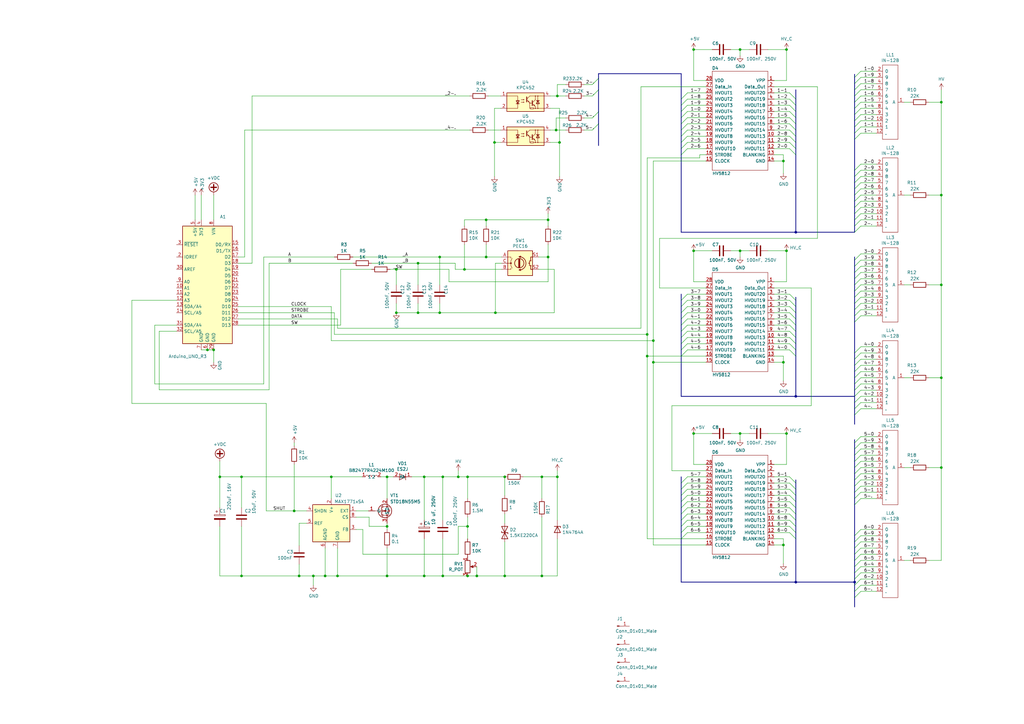
<source format=kicad_sch>
(kicad_sch (version 20211123) (generator eeschema)
  (paper "A3")
  (lib_symbols
    (symbol "Connector:Conn_01x01_Male" (pin_names (offset 1.016) hide)
      (property "Reference" "J" (at 0 2.54 0))
      (property "Value" "Conn_01x01_Male" (at 0 -2.54 0))
      (symbol "Conn_01x01_Male_1_1"
        (pin passive line (at 5.08 0 180) (length 3.81) (name "Pin_1") (number "1"))
      )
    )
    (symbol "Device:C" (pin_numbers hide) (pin_names (offset 0.254))
      (property "Reference" "C" (at 0.635 2.54 0))
      (property "Value" "C" (at 0.635 -2.54 0))
      (symbol "C_1_1"
        (pin passive line (at 0 3.81 270) (length 2.794) (name "~") (number "1"))
        (pin passive line (at 0 -3.81 90) (length 2.794) (name "~") (number "2"))
      )
    )
    (symbol "Device:R" (pin_numbers hide) (pin_names (offset 0))
      (property "Reference" "R" (at 2.032 0 90))
      (property "Value" "R" (at 0 0 90))
      (symbol "R_1_1"
        (pin passive line (at 0 3.81 270) (length 1.27) (name "~") (number "1"))
        (pin passive line (at 0 -3.81 90) (length 1.27) (name "~") (number "2"))
      )
    )
    (symbol "Diode:1.5KExxCA" (pin_numbers hide) (pin_names (offset 1.016) hide)
      (property "Reference" "D" (at 0 2.54 0))
      (property "Value" "1.5KExxCA" (at 0 -2.54 0))
      (symbol "1.5KExxCA_1_1"
        (pin passive line (at -3.81 0 0) (length 2.54) (name "A1") (number "1"))
        (pin passive line (at 3.81 0 180) (length 2.54) (name "A2") (number "2"))
      )
    )
    (symbol "Diode:1N47xxA" (pin_numbers hide) (pin_names hide)
      (property "Reference" "D" (at 0 2.54 0))
      (property "Value" "1N47xxA" (at 0 -2.54 0))
      (symbol "1N47xxA_1_1"
        (pin passive line (at -3.81 0 0) (length 2.54) (name "K") (number "1"))
        (pin passive line (at 3.81 0 180) (length 2.54) (name "A") (number "2"))
      )
    )
    (symbol "Isolator:LTV-352T" (pin_names (offset 1.016))
      (property "Reference" "U" (at -7.62 5.08 0))
      (property "Value" "LTV-352T" (at 0 5.08 0))
      (symbol "LTV-352T_1_1"
        (pin passive line (at -10.16 2.54 0) (length 2.54) (name "~") (number "1"))
        (pin passive line (at -10.16 -2.54 0) (length 2.54) (name "~") (number "2"))
        (pin passive line (at 10.16 -2.54 180) (length 2.54) (name "~") (number "3"))
        (pin passive line (at 10.16 2.54 180) (length 2.54) (name "~") (number "4"))
      )
    )
    (symbol "MCU_Module:Arduino_UNO_R3"
      (property "Reference" "A" (at -10.16 23.495 0))
      (property "Value" "Arduino_UNO_R3" (at 5.08 -26.67 0))
      (symbol "Arduino_UNO_R3_1_1"
        (pin no_connect line (at -10.16 -20.32 0) (length 2.54) hide (name "NC") (number "1"))
        (pin bidirectional line (at 12.7 -2.54 180) (length 2.54) (name "A1") (number "10"))
        (pin bidirectional line (at 12.7 -5.08 180) (length 2.54) (name "A2") (number "11"))
        (pin bidirectional line (at 12.7 -7.62 180) (length 2.54) (name "A3") (number "12"))
        (pin bidirectional line (at 12.7 -10.16 180) (length 2.54) (name "SDA/A4") (number "13"))
        (pin bidirectional line (at 12.7 -12.7 180) (length 2.54) (name "SCL/A5") (number "14"))
        (pin bidirectional line (at -12.7 15.24 0) (length 2.54) (name "D0/RX") (number "15"))
        (pin bidirectional line (at -12.7 12.7 0) (length 2.54) (name "D1/TX") (number "16"))
        (pin bidirectional line (at -12.7 10.16 0) (length 2.54) (name "D2") (number "17"))
        (pin bidirectional line (at -12.7 7.62 0) (length 2.54) (name "D3") (number "18"))
        (pin bidirectional line (at -12.7 5.08 0) (length 2.54) (name "D4") (number "19"))
        (pin output line (at 12.7 10.16 180) (length 2.54) (name "IOREF") (number "2"))
        (pin bidirectional line (at -12.7 2.54 0) (length 2.54) (name "D5") (number "20"))
        (pin bidirectional line (at -12.7 0 0) (length 2.54) (name "D6") (number "21"))
        (pin bidirectional line (at -12.7 -2.54 0) (length 2.54) (name "D7") (number "22"))
        (pin bidirectional line (at -12.7 -5.08 0) (length 2.54) (name "D8") (number "23"))
        (pin bidirectional line (at -12.7 -7.62 0) (length 2.54) (name "D9") (number "24"))
        (pin bidirectional line (at -12.7 -10.16 0) (length 2.54) (name "D10") (number "25"))
        (pin bidirectional line (at -12.7 -12.7 0) (length 2.54) (name "D11") (number "26"))
        (pin bidirectional line (at -12.7 -15.24 0) (length 2.54) (name "D12") (number "27"))
        (pin bidirectional line (at -12.7 -17.78 0) (length 2.54) (name "D13") (number "28"))
        (pin power_in line (at -2.54 -27.94 90) (length 2.54) (name "GND") (number "29"))
        (pin input line (at 12.7 15.24 180) (length 2.54) (name "~{RESET}") (number "3"))
        (pin input line (at 12.7 5.08 180) (length 2.54) (name "AREF") (number "30"))
        (pin bidirectional line (at 12.7 -17.78 180) (length 2.54) (name "SDA/A4") (number "31"))
        (pin bidirectional line (at 12.7 -20.32 180) (length 2.54) (name "SCL/A5") (number "32"))
        (pin power_out line (at 2.54 25.4 270) (length 2.54) (name "3V3") (number "4"))
        (pin power_out line (at 5.08 25.4 270) (length 2.54) (name "+5V") (number "5"))
        (pin power_in line (at 0 -27.94 90) (length 2.54) (name "GND") (number "6"))
        (pin power_in line (at 2.54 -27.94 90) (length 2.54) (name "GND") (number "7"))
        (pin power_in line (at -2.54 25.4 270) (length 2.54) (name "VIN") (number "8"))
        (pin bidirectional line (at 12.7 0 180) (length 2.54) (name "A0") (number "9"))
      )
    )
    (symbol "Regulator_Switching:MAX1771xSA"
      (property "Reference" "U" (at -3.81 10.16 0))
      (property "Value" "MAX1771xSA" (at 6.35 10.16 0))
      (symbol "MAX1771xSA_1_1"
        (pin output line (at 10.16 5.08 180) (length 2.54) (name "EXT") (number "1"))
        (pin power_in line (at 0 10.16 270) (length 2.54) (name "V+") (number "2"))
        (pin input line (at 10.16 -2.54 180) (length 2.54) (name "FB") (number "3"))
        (pin input line (at -10.16 5.08 0) (length 2.54) (name "SHDN") (number "4"))
        (pin passive line (at -10.16 0 0) (length 2.54) (name "REF") (number "5"))
        (pin power_in line (at -2.54 -10.16 90) (length 2.54) (name "AGND") (number "6"))
        (pin power_in line (at 2.54 -10.16 90) (length 2.54) (name "GND") (number "7"))
        (pin input line (at 10.16 2.54 180) (length 2.54) (name "CS") (number "8"))
      )
    )
    (symbol "clock_top-rescue:+3.3V-power" (power) (pin_names (offset 0))
      (property "Value" "+3.3V-power" (at 0 3.556 0))
      (symbol "+3.3V-power_1_1"
        (pin power_in line (at 0 0 90) (length 0) hide (name "+3V3") (number "1"))
      )
    )
    (symbol "clock_top-rescue:B82477R4224M100-custom_library" (pin_names (offset 1.016))
      (property "Reference" "L" (at 0 0 0))
      (property "Value" "B82477R4224M100-custom_library" (at 0 0 0))
      (symbol "B82477R4224M100-custom_library_1_1"
        (pin passive line (at 0 3.81 270) (length 1.27) (name "1") (number "1"))
        (pin passive line (at 0 -3.81 90) (length 1.27) (name "2") (number "2"))
      )
    )
    (symbol "clock_top-rescue:CP-Device" (pin_numbers hide) (pin_names (offset 0.254))
      (property "Reference" "C" (at 0.635 2.54 0))
      (property "Value" "CP-Device" (at 0.635 -2.54 0))
      (symbol "CP-Device_1_1"
        (pin passive line (at 0 3.81 270) (length 2.794) (name "~") (number "1"))
        (pin passive line (at 0 -3.81 90) (length 2.794) (name "~") (number "2"))
      )
    )
    (symbol "clock_top-rescue:ES2J-custom_library" (pin_names (offset 1.016))
      (property "Reference" "VD" (at 0 0 0))
      (property "Value" "ES2J-custom_library" (at 0 0 0))
      (symbol "ES2J-custom_library_1_1"
        (pin passive line (at -2.54 -2.54 0) (length 2.54) (name "K") (number "1"))
        (pin passive line (at 5.08 -2.54 180) (length 2.54) (name "A") (number "2"))
      )
    )
    (symbol "clock_top-rescue:HV-custom_library" (power) (pin_numbers hide) (pin_names (offset 0) hide)
      (property "Value" "HV-custom_library" (at 0 3.556 0))
      (symbol "HV-custom_library_1_1"
        (pin power_in line (at 0 0 90) (length 0) hide (name "HV") (number "1"))
      )
    )
    (symbol "clock_top-rescue:HV5812-custom_library" (pin_names (offset 1.016))
      (property "Reference" "D" (at 0 21.59 0))
      (property "Value" "HV5812-custom_library" (at 0 -21.59 0))
      (symbol "HV5812-custom_library_1_1"
        (pin passive line (at 15.24 16.51 180) (length 2.54) (name "VPP") (number "1"))
        (pin passive line (at 15.24 -6.35 180) (length 2.54) (name "HVOUT13") (number "10"))
        (pin passive line (at 15.24 -8.89 180) (length 2.54) (name "HVOUT12") (number "11"))
        (pin passive line (at 15.24 -11.43 180) (length 2.54) (name "HVOUT11") (number "12"))
        (pin passive line (at 15.24 -13.97 180) (length 2.54) (name "BLANKING") (number "13"))
        (pin passive line (at 15.24 -16.51 180) (length 2.54) (name "GND") (number "14"))
        (pin passive line (at -12.7 -16.51 0) (length 2.54) (name "CLOCK") (number "15"))
        (pin passive line (at -12.7 -13.97 0) (length 2.54) (name "STROBE") (number "16"))
        (pin passive line (at -12.7 -11.43 0) (length 2.54) (name "HVOUT10") (number "17"))
        (pin passive line (at -12.7 -8.89 0) (length 2.54) (name "HVOUT9") (number "18"))
        (pin passive line (at -12.7 -6.35 0) (length 2.54) (name "HVOUT8") (number "19"))
        (pin passive line (at 15.24 13.97 180) (length 2.54) (name "Data_Out") (number "2"))
        (pin passive line (at -12.7 -3.81 0) (length 2.54) (name "HVOUT7") (number "20"))
        (pin passive line (at -12.7 -1.27 0) (length 2.54) (name "HVOUT6") (number "21"))
        (pin passive line (at -12.7 1.27 0) (length 2.54) (name "HVOUT5") (number "22"))
        (pin passive line (at -12.7 3.81 0) (length 2.54) (name "HVOUT4") (number "23"))
        (pin passive line (at -12.7 6.35 0) (length 2.54) (name "HVOUT3") (number "24"))
        (pin passive line (at -12.7 8.89 0) (length 2.54) (name "HVOUT2") (number "25"))
        (pin passive line (at -12.7 11.43 0) (length 2.54) (name "HVOUT1") (number "26"))
        (pin passive line (at -12.7 13.97 0) (length 2.54) (name "Data_In") (number "27"))
        (pin passive line (at -12.7 16.51 0) (length 2.54) (name "VDD") (number "28"))
        (pin passive line (at 15.24 11.43 180) (length 2.54) (name "HVOUT20") (number "3"))
        (pin passive line (at 15.24 8.89 180) (length 2.54) (name "HVOUT19") (number "4"))
        (pin passive line (at 15.24 6.35 180) (length 2.54) (name "HVOUT18") (number "5"))
        (pin passive line (at 15.24 3.81 180) (length 2.54) (name "HVOUT17") (number "6"))
        (pin passive line (at 15.24 1.27 180) (length 2.54) (name "HVOUT16") (number "7"))
        (pin passive line (at 15.24 -1.27 180) (length 2.54) (name "HVOUT15") (number "8"))
        (pin passive line (at 15.24 -3.81 180) (length 2.54) (name "HVOUT14") (number "9"))
      )
    )
    (symbol "clock_top-rescue:HV_C-custom_library" (power) (pin_numbers hide) (pin_names (offset 0) hide)
      (property "Value" "HV_C-custom_library" (at 0 3.556 0))
      (symbol "HV_C-custom_library_1_1"
        (pin power_in line (at 0 0 90) (length 0) hide (name "HV_C") (number "1"))
      )
    )
    (symbol "clock_top-rescue:IN-12B-custom_library" (pin_names (offset 1.016))
      (property "Reference" "LL" (at 0 8.89 0))
      (property "Value" "IN-12B-custom_library" (at 1.27 -24.13 0))
      (symbol "IN-12B-custom_library_1_1"
        (pin passive line (at 6.35 -7.62 180) (length 2.54) (name "A") (number "1"))
        (pin passive line (at -5.08 -15.24 0) (length 2.54) (name "2") (number "10"))
        (pin passive line (at -5.08 -17.78 0) (length 2.54) (name "1") (number "11"))
        (pin passive line (at -5.08 -20.32 0) (length 2.54) (name ".") (number "12"))
        (pin passive line (at -5.08 5.08 0) (length 2.54) (name "0") (number "2"))
        (pin passive line (at -5.08 2.54 0) (length 2.54) (name "9") (number "3"))
        (pin passive line (at -5.08 0 0) (length 2.54) (name "8") (number "4"))
        (pin passive line (at -5.08 -2.54 0) (length 2.54) (name "7") (number "5"))
        (pin passive line (at -5.08 -5.08 0) (length 2.54) (name "6") (number "6"))
        (pin passive line (at -5.08 -7.62 0) (length 2.54) (name "5") (number "7"))
        (pin passive line (at -5.08 -10.16 0) (length 2.54) (name "4") (number "8"))
        (pin passive line (at -5.08 -12.7 0) (length 2.54) (name "3") (number "9"))
      )
    )
    (symbol "clock_top-rescue:R_POT-Device" (pin_names (offset 1.016) hide)
      (property "Reference" "RV" (at -4.445 0 90))
      (property "Value" "R_POT-Device" (at -2.54 0 90))
      (symbol "R_POT-Device_1_1"
        (pin passive line (at 0 3.81 270) (length 1.27) (name "1") (number "1"))
        (pin passive line (at 3.81 0 180) (length 1.27) (name "2") (number "2"))
        (pin passive line (at 0 -3.81 90) (length 1.27) (name "3") (number "3"))
      )
    )
    (symbol "clock_top-rescue:Rotary_Encoder_Switch-Device" (pin_names (offset 0.254) hide)
      (property "Reference" "SW" (at 0 6.604 0))
      (property "Value" "Rotary_Encoder_Switch-Device" (at 0 -6.604 0))
      (symbol "Rotary_Encoder_Switch-Device_1_1"
        (pin passive line (at -7.62 2.54 0) (length 2.54) (name "A") (number "A"))
        (pin passive line (at -7.62 -2.54 0) (length 2.54) (name "B") (number "B"))
        (pin passive line (at -7.62 0 0) (length 2.54) (name "C") (number "C"))
        (pin passive line (at 7.62 2.54 180) (length 2.54) (name "S1") (number "S1"))
        (pin passive line (at 7.62 -2.54 180) (length 2.54) (name "S2") (number "S2"))
      )
    )
    (symbol "clock_top-rescue:STD18N55M5-custom_library" (pin_names (offset 1.016))
      (property "Reference" "VT" (at -2.54 -3.81 0))
      (property "Value" "STD18N55M5-custom_library" (at 0 -6.35 0))
      (symbol "STD18N55M5-custom_library_1_1"
        (pin input line (at -12.7 0 0) (length 2.54) (name "G") (number "1"))
        (pin passive line (at -5.08 5.08 270) (length 2.54) (name "D") (number "2"))
        (pin passive line (at -5.08 -5.08 90) (length 2.54) (name "S") (number "3"))
      )
    )
    (symbol "power:+5V" (power) (pin_names (offset 0))
      (property "Value" "+5V" (at 0 3.556 0))
      (symbol "+5V_1_1"
        (pin power_in line (at 0 0 90) (length 0) hide (name "+5V") (number "1"))
      )
    )
    (symbol "power:+VDC" (power) (pin_names (offset 0))
      (property "Value" "+VDC" (at 0 6.35 0))
      (symbol "+VDC_1_1"
        (pin power_in line (at 0 0 90) (length 0) hide (name "+VDC") (number "1"))
      )
    )
    (symbol "power:GND" (power) (pin_names (offset 0))
      (property "Value" "GND" (at 0 -3.81 0))
      (symbol "GND_1_1"
        (pin power_in line (at 0 0 270) (length 0) hide (name "GND") (number "1"))
      )
    )
  )
  (junction (at 199.39 90.17))
  (junction (at 222.25 195.58))
  (junction (at 265.43 146.05))
  (junction (at 326.39 95.25))
  (junction (at 386.08 80.01))
  (junction (at 322.58 102.87))
  (junction (at 321.31 223.52))
  (junction (at 303.53 177.8))
  (junction (at 99.06 236.22))
  (junction (at 180.34 105.41))
  (junction (at 195.58 236.22))
  (junction (at 199.39 105.41))
  (junction (at 228.092 53.34))
  (junction (at 386.08 116.84))
  (junction (at 158.75 195.58))
  (junction (at 228.6 39.37))
  (junction (at 326.39 238.76))
  (junction (at 180.34 128.27))
  (junction (at 85.09 143.51))
  (junction (at 187.96 195.58))
  (junction (at 321.31 148.59))
  (junction (at 303.53 20.32))
  (junction (at 207.01 195.58))
  (junction (at 87.63 143.51))
  (junction (at 158.75 236.22))
  (junction (at 122.682 236.22))
  (junction (at 181.61 236.22))
  (junction (at 133.35 236.22))
  (junction (at 284.48 102.87))
  (junction (at 135.89 195.58))
  (junction (at 386.08 41.91))
  (junction (at 171.45 128.27))
  (junction (at 222.25 236.22))
  (junction (at 267.97 148.59))
  (junction (at 191.77 195.58))
  (junction (at 181.61 195.58))
  (junction (at 267.97 139.7))
  (junction (at 191.77 236.22))
  (junction (at 90.17 195.58))
  (junction (at 284.48 177.8))
  (junction (at 173.99 195.58))
  (junction (at 386.08 154.94))
  (junction (at 207.01 236.22))
  (junction (at 171.45 107.95))
  (junction (at 203.2 128.27))
  (junction (at 321.31 66.04))
  (junction (at 228.6 195.58))
  (junction (at 229.489 58.42))
  (junction (at 202.819 58.42))
  (junction (at 386.08 191.77))
  (junction (at 191.77 215.9))
  (junction (at 158.75 215.9))
  (junction (at 162.56 110.49))
  (junction (at 284.48 20.32))
  (junction (at 265.43 137.16))
  (junction (at 322.58 20.32))
  (junction (at 322.58 177.8))
  (junction (at 303.53 102.87))
  (junction (at 224.79 90.17))
  (junction (at 138.43 236.22))
  (junction (at 99.06 195.58))
  (junction (at 224.79 105.41))
  (junction (at 173.99 236.22))
  (junction (at 326.39 162.56))
  (junction (at 120.65 209.55))
  (junction (at 350.52 238.76))
  (junction (at 190.5 110.49))
  (junction (at 128.524 236.22))
  (junction (at 162.56 128.27))
  (bus_entry (at 353.06 44.45) (size -2.54 2.54))
  (bus_entry (at 323.85 205.74) (size 2.54 2.54))
  (bus_entry (at 350.52 57.15) (size 2.54 -2.54))
  (bus_entry (at 323.85 55.88) (size 2.54 2.54))
  (bus_entry (at 353.06 179.07) (size -2.54 2.54))
  (bus_entry (at 281.94 130.81) (size -2.54 2.54))
  (bus_entry (at 323.85 53.34) (size 2.54 2.54))
  (bus_entry (at 353.06 147.32) (size -2.54 2.54))
  (bus_entry (at 281.94 40.64) (size -2.54 2.54))
  (bus_entry (at 353.06 121.92) (size -2.54 2.54))
  (bus_entry (at 281.94 138.43) (size -2.54 2.54))
  (bus_entry (at 281.94 143.51) (size -2.54 2.54))
  (bus_entry (at 353.06 184.15) (size -2.54 2.54))
  (bus_entry (at 353.06 152.4) (size -2.54 2.54))
  (bus_entry (at 281.94 198.12) (size -2.54 2.54))
  (bus_entry (at 353.06 204.47) (size -2.54 2.54))
  (bus_entry (at 281.94 140.97) (size -2.54 2.54))
  (bus_entry (at 353.06 104.14) (size -2.54 2.54))
  (bus_entry (at 353.06 149.86) (size -2.54 2.54))
  (bus_entry (at 353.06 29.21) (size -2.54 2.54))
  (bus_entry (at 242.951 34.671) (size 2.54 -2.54))
  (bus_entry (at 353.06 111.76) (size -2.54 2.54))
  (bus_entry (at 353.06 219.71) (size -2.54 2.54))
  (bus_entry (at 281.94 203.2) (size -2.54 2.54))
  (bus_entry (at 353.06 124.46) (size -2.54 2.54))
  (bus_entry (at 281.94 55.88) (size -2.54 2.54))
  (bus_entry (at 353.06 77.47) (size -2.54 2.54))
  (bus_entry (at 281.94 48.26) (size -2.54 2.54))
  (bus_entry (at 353.06 237.49) (size -2.54 2.54))
  (bus_entry (at 353.06 82.55) (size -2.54 2.54))
  (bus_entry (at 353.06 232.41) (size -2.54 2.54))
  (bus_entry (at 323.85 45.72) (size 2.54 2.54))
  (bus_entry (at 353.06 222.25) (size -2.54 2.54))
  (bus_entry (at 323.85 195.58) (size 2.54 2.54))
  (bus_entry (at 323.85 120.65) (size 2.54 2.54))
  (bus_entry (at 281.94 200.66) (size -2.54 2.54))
  (bus_entry (at 353.06 106.68) (size -2.54 2.54))
  (bus_entry (at 323.85 58.42) (size 2.54 2.54))
  (bus_entry (at 353.06 199.39) (size -2.54 2.54))
  (bus_entry (at 323.85 130.81) (size 2.54 2.54))
  (bus_entry (at 353.06 160.02) (size -2.54 2.54))
  (bus_entry (at 353.06 194.31) (size -2.54 2.54))
  (bus_entry (at 353.06 41.91) (size -2.54 2.54))
  (bus_entry (at 281.94 120.65) (size -2.54 2.54))
  (bus_entry (at 353.06 85.09) (size -2.54 2.54))
  (bus_entry (at 323.85 38.1) (size 2.54 2.54))
  (bus_entry (at 353.06 189.23) (size -2.54 2.54))
  (bus_entry (at 281.94 215.9) (size -2.54 2.54))
  (bus_entry (at 323.85 50.8) (size 2.54 2.54))
  (bus_entry (at 281.94 195.58) (size -2.54 2.54))
  (bus_entry (at 353.06 114.3) (size -2.54 2.54))
  (bus_entry (at 353.06 186.69) (size -2.54 2.54))
  (bus_entry (at 353.06 229.87) (size -2.54 2.54))
  (bus_entry (at 281.94 123.19) (size -2.54 2.54))
  (bus_entry (at 353.06 196.85) (size -2.54 2.54))
  (bus_entry (at 281.94 205.74) (size -2.54 2.54))
  (bus_entry (at 323.85 128.27) (size 2.54 2.54))
  (bus_entry (at 353.06 191.77) (size -2.54 2.54))
  (bus_entry (at 353.06 181.61) (size -2.54 2.54))
  (bus_entry (at 353.06 224.79) (size -2.54 2.54))
  (bus_entry (at 323.85 200.66) (size 2.54 2.54))
  (bus_entry (at 353.06 142.24) (size -2.54 2.54))
  (bus_entry (at 353.06 162.56) (size -2.54 2.54))
  (bus_entry (at 281.94 135.89) (size -2.54 2.54))
  (bus_entry (at 353.06 34.29) (size -2.54 2.54))
  (bus_entry (at 350.52 95.25) (size 2.54 -2.54))
  (bus_entry (at 323.85 203.2) (size 2.54 2.54))
  (bus_entry (at 281.94 53.34) (size -2.54 2.54))
  (bus_entry (at 353.06 80.01) (size -2.54 2.54))
  (bus_entry (at 242.951 39.37) (size 2.54 -2.54))
  (bus_entry (at 353.06 116.84) (size -2.54 2.54))
  (bus_entry (at 323.85 208.28) (size 2.54 2.54))
  (bus_entry (at 353.06 49.53) (size -2.54 2.54))
  (bus_entry (at 281.94 38.1) (size -2.54 2.54))
  (bus_entry (at 353.06 240.03) (size -2.54 2.54))
  (bus_entry (at 323.85 198.12) (size 2.54 2.54))
  (bus_entry (at 323.85 60.96) (size 2.54 2.54))
  (bus_entry (at 353.06 39.37) (size -2.54 2.54))
  (bus_entry (at 281.94 213.36) (size -2.54 2.54))
  (bus_entry (at 353.06 109.22) (size -2.54 2.54))
  (bus_entry (at 281.94 58.42) (size -2.54 2.54))
  (bus_entry (at 281.94 60.96) (size -2.54 2.54))
  (bus_entry (at 323.85 215.9) (size 2.54 2.54))
  (bus_entry (at 323.85 43.18) (size 2.54 2.54))
  (bus_entry (at 353.06 87.63) (size -2.54 2.54))
  (bus_entry (at 323.85 213.36) (size 2.54 2.54))
  (bus_entry (at 353.06 52.07) (size -2.54 2.54))
  (bus_entry (at 323.85 210.82) (size 2.54 2.54))
  (bus_entry (at 323.85 133.35) (size 2.54 2.54))
  (bus_entry (at 323.85 123.19) (size 2.54 2.54))
  (bus_entry (at 323.85 143.51) (size 2.54 2.54))
  (bus_entry (at 281.94 128.27) (size -2.54 2.54))
  (bus_entry (at 323.85 140.97) (size 2.54 2.54))
  (bus_entry (at 350.52 170.18) (size 2.54 -2.54))
  (bus_entry (at 281.94 218.44) (size -2.54 2.54))
  (bus_entry (at 323.85 138.43) (size 2.54 2.54))
  (bus_entry (at 353.06 119.38) (size -2.54 2.54))
  (bus_entry (at 353.06 31.75) (size -2.54 2.54))
  (bus_entry (at 353.06 227.33) (size -2.54 2.54))
  (bus_entry (at 281.94 208.28) (size -2.54 2.54))
  (bus_entry (at 281.94 45.72) (size -2.54 2.54))
  (bus_entry (at 353.06 36.83) (size -2.54 2.54))
  (bus_entry (at 353.06 67.31) (size -2.54 2.54))
  (bus_entry (at 323.85 40.64) (size 2.54 2.54))
  (bus_entry (at 242.951 53.34) (size 2.54 -2.54))
  (bus_entry (at 353.06 72.39) (size -2.54 2.54))
  (bus_entry (at 353.06 217.17) (size -2.54 2.54))
  (bus_entry (at 353.06 165.1) (size -2.54 2.54))
  (bus_entry (at 353.06 201.93) (size -2.54 2.54))
  (bus_entry (at 242.951 48.387) (size 2.54 -2.54))
  (bus_entry (at 353.06 46.99) (size -2.54 2.54))
  (bus_entry (at 323.85 125.73) (size 2.54 2.54))
  (bus_entry (at 281.94 125.73) (size -2.54 2.54))
  (bus_entry (at 353.06 90.17) (size -2.54 2.54))
  (bus_entry (at 353.06 129.54) (size -2.54 2.54))
  (bus_entry (at 353.06 69.85) (size -2.54 2.54))
  (bus_entry (at 323.85 48.26) (size 2.54 2.54))
  (bus_entry (at 353.06 154.94) (size -2.54 2.54))
  (bus_entry (at 281.94 133.35) (size -2.54 2.54))
  (bus_entry (at 353.06 234.95) (size -2.54 2.54))
  (bus_entry (at 281.94 43.18) (size -2.54 2.54))
  (bus_entry (at 350.52 245.11) (size 2.54 -2.54))
  (bus_entry (at 353.06 157.48) (size -2.54 2.54))
  (bus_entry (at 323.85 135.89) (size 2.54 2.54))
  (bus_entry (at 353.06 127) (size -2.54 2.54))
  (bus_entry (at 281.94 50.8) (size -2.54 2.54))
  (bus_entry (at 353.06 74.93) (size -2.54 2.54))
  (bus_entry (at 353.06 144.78) (size -2.54 2.54))
  (bus_entry (at 281.94 210.82) (size -2.54 2.54))
  (bus_entry (at 323.85 218.44) (size 2.54 2.54))
  (wire (pts (xy 109.22 209.55) (xy 109.22 165.481)))
  (bus (pts (xy 350.52 199.39) (xy 350.52 201.93)))
  (wire (pts (xy 85.09 143.51) (xy 87.63 143.51)))
  (bus (pts (xy 326.39 133.35) (xy 326.39 135.89)))
  (wire (pts (xy 323.85 133.35) (xy 317.5 133.35)))
  (wire (pts (xy 103.378 39.37) (xy 192.659 39.37)))
  (wire (pts (xy 120.65 190.5) (xy 120.65 209.55)))
  (bus (pts (xy 350.52 34.29) (xy 350.52 36.83)))
  (wire (pts (xy 353.06 49.53) (xy 359.41 49.53)))
  (wire (pts (xy 224.79 92.71) (xy 224.79 90.17)))
  (bus (pts (xy 350.52 167.64) (xy 350.52 170.18)))
  (wire (pts (xy 281.94 130.81) (xy 289.56 130.81)))
  (wire (pts (xy 281.94 125.73) (xy 289.56 125.73)))
  (wire (pts (xy 323.85 53.34) (xy 317.5 53.34)))
  (bus (pts (xy 350.52 165.1) (xy 350.52 167.64)))
  (wire (pts (xy 162.56 124.46) (xy 162.56 128.27)))
  (wire (pts (xy 203.2 128.27) (xy 227.33 128.27)))
  (bus (pts (xy 326.39 143.51) (xy 326.39 146.05)))
  (bus (pts (xy 350.52 54.61) (xy 350.52 57.15)))
  (wire (pts (xy 205.74 107.95) (xy 203.2 107.95)))
  (bus (pts (xy 326.39 140.97) (xy 326.39 143.51)))
  (wire (pts (xy 332.74 118.11) (xy 332.74 166.37)))
  (wire (pts (xy 199.39 100.33) (xy 199.39 105.41)))
  (bus (pts (xy 326.39 238.76) (xy 279.4 238.76)))
  (wire (pts (xy 151.384 212.09) (xy 151.384 215.9)))
  (wire (pts (xy 128.524 236.22) (xy 128.524 240.03)))
  (wire (pts (xy 262.89 35.56) (xy 262.89 134.62)))
  (bus (pts (xy 350.52 201.93) (xy 350.52 204.47)))
  (wire (pts (xy 158.75 224.79) (xy 158.75 236.22)))
  (bus (pts (xy 350.52 170.18) (xy 350.52 173.99)))
  (bus (pts (xy 350.52 238.76) (xy 350.52 240.03)))
  (wire (pts (xy 359.41 147.32) (xy 353.06 147.32)))
  (wire (pts (xy 289.56 143.51) (xy 281.94 143.51)))
  (wire (pts (xy 135.89 195.58) (xy 135.89 204.47)))
  (wire (pts (xy 289.56 33.02) (xy 284.48 33.02)))
  (bus (pts (xy 350.52 149.86) (xy 350.52 152.4)))
  (wire (pts (xy 287.02 64.77) (xy 265.43 64.77)))
  (wire (pts (xy 323.85 195.58) (xy 317.5 195.58)))
  (bus (pts (xy 279.4 30.226) (xy 279.4 40.64)))
  (wire (pts (xy 289.56 40.64) (xy 281.94 40.64)))
  (wire (pts (xy 353.06 39.37) (xy 359.41 39.37)))
  (wire (pts (xy 359.41 186.69) (xy 353.06 186.69)))
  (wire (pts (xy 224.79 105.41) (xy 224.79 100.33)))
  (wire (pts (xy 265.43 146.05) (xy 279.4 146.05)))
  (wire (pts (xy 373.38 41.91) (xy 370.84 41.91)))
  (bus (pts (xy 350.52 109.22) (xy 350.52 111.76)))
  (wire (pts (xy 139.7 110.49) (xy 152.4 110.49)))
  (bus (pts (xy 350.52 204.47) (xy 350.52 207.01)))
  (bus (pts (xy 350.52 191.77) (xy 350.52 194.31)))
  (wire (pts (xy 314.96 20.32) (xy 322.58 20.32)))
  (wire (pts (xy 359.41 87.63) (xy 353.06 87.63)))
  (wire (pts (xy 190.5 90.17) (xy 190.5 92.71)))
  (wire (pts (xy 239.649 34.671) (xy 242.951 34.671)))
  (wire (pts (xy 173.99 236.22) (xy 158.75 236.22)))
  (wire (pts (xy 359.41 152.4) (xy 353.06 152.4)))
  (wire (pts (xy 323.85 123.19) (xy 317.5 123.19)))
  (wire (pts (xy 158.75 215.9) (xy 158.75 217.17)))
  (bus (pts (xy 350.52 46.99) (xy 350.52 49.53)))
  (wire (pts (xy 205.359 53.34) (xy 200.279 53.34)))
  (wire (pts (xy 359.41 162.56) (xy 353.06 162.56)))
  (wire (pts (xy 281.94 43.18) (xy 289.56 43.18)))
  (wire (pts (xy 386.08 116.84) (xy 381 116.84)))
  (wire (pts (xy 323.85 48.26) (xy 317.5 48.26)))
  (wire (pts (xy 323.85 208.28) (xy 317.5 208.28)))
  (wire (pts (xy 191.77 215.9) (xy 187.96 215.9)))
  (wire (pts (xy 353.06 44.45) (xy 359.41 44.45)))
  (wire (pts (xy 281.94 58.42) (xy 289.56 58.42)))
  (wire (pts (xy 353.06 104.14) (xy 359.41 104.14)))
  (bus (pts (xy 326.39 200.66) (xy 326.39 203.2)))
  (wire (pts (xy 373.38 191.77) (xy 370.84 191.77)))
  (wire (pts (xy 359.41 237.49) (xy 353.06 237.49)))
  (wire (pts (xy 317.5 63.5) (xy 321.31 63.5)))
  (wire (pts (xy 239.649 53.34) (xy 242.951 53.34)))
  (wire (pts (xy 90.17 208.28) (xy 90.17 195.58)))
  (wire (pts (xy 262.89 35.56) (xy 289.56 35.56)))
  (wire (pts (xy 359.41 121.92) (xy 353.06 121.92)))
  (wire (pts (xy 307.34 177.8) (xy 303.53 177.8)))
  (wire (pts (xy 181.61 195.58) (xy 187.96 195.58)))
  (wire (pts (xy 281.94 53.34) (xy 289.56 53.34)))
  (wire (pts (xy 317.5 190.5) (xy 322.58 190.5)))
  (wire (pts (xy 353.06 90.17) (xy 359.41 90.17)))
  (bus (pts (xy 279.4 120.65) (xy 279.4 123.19)))
  (wire (pts (xy 314.96 177.8) (xy 322.58 177.8)))
  (wire (pts (xy 359.41 116.84) (xy 353.06 116.84)))
  (bus (pts (xy 279.4 53.34) (xy 279.4 55.88)))
  (bus (pts (xy 279.4 43.18) (xy 279.4 45.72)))
  (wire (pts (xy 289.56 123.19) (xy 281.94 123.19)))
  (bus (pts (xy 350.52 234.95) (xy 350.52 237.49)))
  (wire (pts (xy 137.16 137.16) (xy 265.43 137.16)))
  (wire (pts (xy 317.5 115.57) (xy 322.58 115.57)))
  (bus (pts (xy 326.39 36.83) (xy 326.39 40.64)))
  (wire (pts (xy 232.029 34.671) (xy 228.6 34.671)))
  (wire (pts (xy 99.06 195.58) (xy 135.89 195.58)))
  (wire (pts (xy 303.53 20.32) (xy 299.72 20.32)))
  (bus (pts (xy 326.39 58.42) (xy 326.39 60.96)))
  (bus (pts (xy 350.52 80.01) (xy 350.52 82.55)))
  (wire (pts (xy 54.102 123.19) (xy 54.102 165.481)))
  (bus (pts (xy 279.4 208.28) (xy 279.4 210.82)))
  (bus (pts (xy 279.4 123.19) (xy 279.4 125.73)))
  (bus (pts (xy 326.39 196.85) (xy 326.39 198.12)))
  (wire (pts (xy 359.41 201.93) (xy 353.06 201.93)))
  (bus (pts (xy 326.39 55.88) (xy 326.39 58.42)))
  (wire (pts (xy 359.41 41.91) (xy 353.06 41.91)))
  (wire (pts (xy 270.51 97.79) (xy 270.51 118.11)))
  (wire (pts (xy 323.85 125.73) (xy 317.5 125.73)))
  (wire (pts (xy 281.94 205.74) (xy 289.56 205.74)))
  (wire (pts (xy 99.06 208.28) (xy 99.06 195.58)))
  (bus (pts (xy 245.491 45.847) (xy 245.491 50.8)))
  (wire (pts (xy 239.649 48.387) (xy 242.951 48.387)))
  (wire (pts (xy 120.65 209.55) (xy 109.22 209.55)))
  (bus (pts (xy 326.39 121.92) (xy 326.39 123.19)))
  (wire (pts (xy 373.38 80.01) (xy 370.84 80.01)))
  (wire (pts (xy 232.029 48.387) (xy 228.092 48.387)))
  (bus (pts (xy 350.52 39.37) (xy 350.52 41.91)))
  (wire (pts (xy 228.092 53.34) (xy 232.029 53.34)))
  (wire (pts (xy 90.17 215.9) (xy 90.17 236.22)))
  (wire (pts (xy 80.01 80.01) (xy 80.01 90.17)))
  (bus (pts (xy 245.491 50.8) (xy 245.491 59.69)))
  (bus (pts (xy 326.39 128.27) (xy 326.39 130.81)))
  (wire (pts (xy 289.56 38.1) (xy 281.94 38.1)))
  (bus (pts (xy 279.4 140.97) (xy 279.4 143.51)))
  (bus (pts (xy 350.52 154.94) (xy 350.52 157.48)))
  (wire (pts (xy 359.41 157.48) (xy 353.06 157.48)))
  (bus (pts (xy 279.4 30.226) (xy 245.491 30.226)))
  (wire (pts (xy 267.97 139.7) (xy 267.97 148.59)))
  (bus (pts (xy 350.52 74.93) (xy 350.52 77.47)))
  (wire (pts (xy 267.97 148.59) (xy 267.97 223.52)))
  (wire (pts (xy 229.489 58.42) (xy 229.489 72.39)))
  (bus (pts (xy 279.4 125.73) (xy 279.4 128.27)))
  (wire (pts (xy 158.75 195.58) (xy 158.75 204.47)))
  (wire (pts (xy 359.41 77.47) (xy 353.06 77.47)))
  (wire (pts (xy 353.06 224.79) (xy 359.41 224.79)))
  (bus (pts (xy 350.52 114.3) (xy 350.52 116.84)))
  (wire (pts (xy 281.94 135.89) (xy 289.56 135.89)))
  (wire (pts (xy 323.85 143.51) (xy 317.5 143.51)))
  (wire (pts (xy 289.56 45.72) (xy 281.94 45.72)))
  (bus (pts (xy 350.52 127) (xy 350.52 129.54)))
  (wire (pts (xy 323.85 203.2) (xy 317.5 203.2)))
  (wire (pts (xy 317.5 118.11) (xy 332.74 118.11)))
  (wire (pts (xy 133.35 224.79) (xy 133.35 236.22)))
  (wire (pts (xy 195.58 232.41) (xy 195.58 236.22)))
  (wire (pts (xy 359.41 232.41) (xy 353.06 232.41)))
  (wire (pts (xy 135.89 125.73) (xy 135.89 139.7)))
  (wire (pts (xy 373.38 116.84) (xy 370.84 116.84)))
  (wire (pts (xy 323.85 205.74) (xy 317.5 205.74)))
  (wire (pts (xy 173.99 220.98) (xy 173.99 236.22)))
  (wire (pts (xy 191.77 220.98) (xy 191.77 215.9)))
  (bus (pts (xy 245.491 30.226) (xy 245.491 32.131)))
  (wire (pts (xy 148.844 227.33) (xy 187.96 227.33)))
  (bus (pts (xy 245.491 36.83) (xy 245.491 45.847)))
  (wire (pts (xy 353.06 154.94) (xy 359.41 154.94)))
  (wire (pts (xy 281.94 140.97) (xy 289.56 140.97)))
  (wire (pts (xy 323.85 138.43) (xy 317.5 138.43)))
  (bus (pts (xy 350.52 219.71) (xy 350.52 222.25)))
  (wire (pts (xy 171.45 107.95) (xy 186.69 107.95)))
  (bus (pts (xy 350.52 57.15) (xy 350.52 69.85)))
  (wire (pts (xy 110.363 159.893) (xy 65.278 159.893)))
  (wire (pts (xy 99.06 236.22) (xy 122.682 236.22)))
  (wire (pts (xy 323.85 40.64) (xy 317.5 40.64)))
  (bus (pts (xy 279.4 143.51) (xy 279.4 146.05)))
  (wire (pts (xy 353.06 74.93) (xy 359.41 74.93)))
  (bus (pts (xy 279.4 60.96) (xy 279.4 63.5)))
  (wire (pts (xy 162.56 116.84) (xy 162.56 110.49)))
  (wire (pts (xy 303.53 180.34) (xy 303.53 177.8)))
  (wire (pts (xy 279.4 220.98) (xy 289.56 220.98)))
  (wire (pts (xy 303.53 102.87) (xy 299.72 102.87)))
  (wire (pts (xy 222.25 204.47) (xy 222.25 195.58)))
  (wire (pts (xy 171.45 107.95) (xy 152.4 107.95)))
  (wire (pts (xy 100.33 105.41) (xy 97.79 105.41)))
  (bus (pts (xy 279.4 40.64) (xy 279.4 43.18)))
  (wire (pts (xy 199.39 92.71) (xy 199.39 90.17)))
  (bus (pts (xy 279.4 198.12) (xy 279.4 200.66)))
  (wire (pts (xy 110.363 107.95) (xy 110.363 159.893)))
  (wire (pts (xy 225.679 39.37) (xy 228.6 39.37)))
  (wire (pts (xy 321.31 223.52) (xy 321.31 231.14)))
  (wire (pts (xy 359.41 127) (xy 353.06 127)))
  (bus (pts (xy 279.4 50.8) (xy 279.4 53.34)))
  (bus (pts (xy 350.52 157.48) (xy 350.52 160.02)))
  (wire (pts (xy 386.08 154.94) (xy 386.08 191.77)))
  (bus (pts (xy 279.4 55.88) (xy 279.4 58.42)))
  (wire (pts (xy 228.6 195.58) (xy 228.6 213.36)))
  (bus (pts (xy 279.4 220.98) (xy 279.4 238.76)))
  (bus (pts (xy 350.52 132.08) (xy 350.52 144.78)))
  (wire (pts (xy 125.73 209.55) (xy 120.65 209.55)))
  (bus (pts (xy 279.4 130.81) (xy 279.4 133.35)))
  (wire (pts (xy 224.79 105.41) (xy 224.79 115.57)))
  (wire (pts (xy 386.08 191.77) (xy 386.08 229.87)))
  (wire (pts (xy 353.06 124.46) (xy 359.41 124.46)))
  (wire (pts (xy 228.092 48.387) (xy 228.092 53.34)))
  (bus (pts (xy 245.491 32.131) (xy 245.491 36.83)))
  (bus (pts (xy 326.39 220.98) (xy 326.39 238.76)))
  (wire (pts (xy 173.99 195.58) (xy 181.61 195.58)))
  (wire (pts (xy 125.73 214.63) (xy 122.682 214.63)))
  (wire (pts (xy 323.85 45.72) (xy 317.5 45.72)))
  (wire (pts (xy 281.94 200.66) (xy 289.56 200.66)))
  (wire (pts (xy 359.41 191.77) (xy 353.06 191.77)))
  (wire (pts (xy 195.58 236.22) (xy 191.77 236.22)))
  (wire (pts (xy 289.56 66.04) (xy 267.97 66.04)))
  (wire (pts (xy 122.682 214.63) (xy 122.682 223.774)))
  (wire (pts (xy 146.05 209.55) (xy 151.13 209.55)))
  (bus (pts (xy 279.4 205.74) (xy 279.4 208.28)))
  (wire (pts (xy 307.34 20.32) (xy 303.53 20.32)))
  (wire (pts (xy 190.5 100.33) (xy 190.5 110.49)))
  (wire (pts (xy 323.85 43.18) (xy 317.5 43.18)))
  (bus (pts (xy 350.52 124.46) (xy 350.52 127)))
  (wire (pts (xy 187.96 215.9) (xy 187.96 227.33)))
  (wire (pts (xy 317.5 35.56) (xy 335.28 35.56)))
  (wire (pts (xy 323.85 120.65) (xy 317.5 120.65)))
  (wire (pts (xy 267.97 223.52) (xy 289.56 223.52)))
  (wire (pts (xy 353.06 114.3) (xy 359.41 114.3)))
  (wire (pts (xy 137.16 137.16) (xy 137.16 128.27)))
  (wire (pts (xy 317.5 148.59) (xy 321.31 148.59)))
  (wire (pts (xy 335.28 97.79) (xy 270.51 97.79)))
  (wire (pts (xy 270.51 118.11) (xy 289.56 118.11)))
  (bus (pts (xy 326.39 40.64) (xy 326.39 43.18)))
  (wire (pts (xy 148.59 195.58) (xy 135.89 195.58)))
  (bus (pts (xy 279.4 215.9) (xy 279.4 218.44)))
  (wire (pts (xy 214.63 195.58) (xy 222.25 195.58)))
  (wire (pts (xy 97.79 107.95) (xy 103.378 107.95)))
  (wire (pts (xy 359.41 222.25) (xy 353.06 222.25)))
  (wire (pts (xy 108.204 105.41) (xy 108.204 157.48)))
  (wire (pts (xy 151.384 215.9) (xy 158.75 215.9)))
  (wire (pts (xy 323.85 210.82) (xy 317.5 210.82)))
  (wire (pts (xy 281.94 60.96) (xy 289.56 60.96)))
  (wire (pts (xy 82.55 143.51) (xy 85.09 143.51)))
  (bus (pts (xy 350.52 119.38) (xy 350.52 121.92)))
  (wire (pts (xy 323.85 38.1) (xy 317.5 38.1)))
  (wire (pts (xy 187.96 193.04) (xy 187.96 195.58)))
  (wire (pts (xy 275.59 166.37) (xy 275.59 193.04)))
  (wire (pts (xy 202.819 44.45) (xy 202.819 58.42)))
  (wire (pts (xy 146.05 212.09) (xy 151.384 212.09)))
  (wire (pts (xy 353.06 34.29) (xy 359.41 34.29)))
  (wire (pts (xy 65.278 135.89) (xy 72.39 135.89)))
  (bus (pts (xy 279.4 63.5) (xy 279.4 95.25)))
  (bus (pts (xy 350.52 90.17) (xy 350.52 92.71)))
  (bus (pts (xy 350.52 237.49) (xy 350.52 238.76)))
  (bus (pts (xy 326.39 53.34) (xy 326.39 55.88)))
  (wire (pts (xy 265.43 220.98) (xy 279.4 220.98)))
  (wire (pts (xy 359.41 181.61) (xy 353.06 181.61)))
  (wire (pts (xy 275.59 166.37) (xy 332.74 166.37)))
  (wire (pts (xy 353.06 119.38) (xy 359.41 119.38)))
  (bus (pts (xy 350.52 129.54) (xy 350.52 132.08)))
  (wire (pts (xy 186.69 107.95) (xy 186.69 110.49)))
  (wire (pts (xy 289.56 133.35) (xy 281.94 133.35)))
  (wire (pts (xy 322.58 102.87) (xy 322.58 115.57)))
  (wire (pts (xy 289.56 198.12) (xy 281.94 198.12)))
  (wire (pts (xy 138.43 224.79) (xy 138.43 236.22)))
  (wire (pts (xy 207.01 236.22) (xy 207.01 222.25)))
  (wire (pts (xy 146.05 217.17) (xy 148.844 217.17)))
  (wire (pts (xy 72.39 123.19) (xy 54.102 123.19)))
  (bus (pts (xy 326.39 213.36) (xy 326.39 215.9)))
  (bus (pts (xy 350.52 162.56) (xy 350.52 165.1)))
  (wire (pts (xy 323.85 55.88) (xy 317.5 55.88)))
  (bus (pts (xy 350.52 144.78) (xy 350.52 147.32)))
  (wire (pts (xy 353.06 240.03) (xy 359.41 240.03)))
  (wire (pts (xy 289.56 218.44) (xy 281.94 218.44)))
  (wire (pts (xy 180.34 105.41) (xy 199.39 105.41)))
  (bus (pts (xy 350.52 82.55) (xy 350.52 85.09)))
  (wire (pts (xy 359.41 204.47) (xy 353.06 204.47)))
  (wire (pts (xy 180.34 128.27) (xy 203.2 128.27)))
  (wire (pts (xy 180.34 124.46) (xy 180.34 128.27)))
  (bus (pts (xy 350.52 106.68) (xy 350.52 109.22)))
  (bus (pts (xy 350.52 121.92) (xy 350.52 124.46)))
  (bus (pts (xy 350.52 41.91) (xy 350.52 44.45)))
  (bus (pts (xy 350.52 224.79) (xy 350.52 227.33)))
  (wire (pts (xy 322.58 20.32) (xy 322.58 33.02)))
  (bus (pts (xy 326.39 48.26) (xy 326.39 50.8)))
  (wire (pts (xy 128.524 236.22) (xy 133.35 236.22)))
  (wire (pts (xy 138.43 134.62) (xy 262.89 134.62)))
  (wire (pts (xy 289.56 190.5) (xy 284.48 190.5)))
  (bus (pts (xy 326.39 210.82) (xy 326.39 213.36)))
  (bus (pts (xy 350.52 194.31) (xy 350.52 196.85)))
  (bus (pts (xy 350.52 31.75) (xy 350.52 34.29)))
  (wire (pts (xy 90.17 195.58) (xy 99.06 195.58)))
  (wire (pts (xy 289.56 203.2) (xy 281.94 203.2)))
  (wire (pts (xy 158.75 195.58) (xy 156.21 195.58)))
  (wire (pts (xy 284.48 102.87) (xy 292.1 102.87)))
  (wire (pts (xy 359.41 67.31) (xy 353.06 67.31)))
  (wire (pts (xy 275.59 193.04) (xy 289.56 193.04)))
  (wire (pts (xy 279.4 146.05) (xy 289.56 146.05)))
  (bus (pts (xy 350.52 232.41) (xy 350.52 234.95)))
  (bus (pts (xy 326.39 146.05) (xy 326.39 162.56)))
  (wire (pts (xy 323.85 135.89) (xy 317.5 135.89)))
  (wire (pts (xy 317.5 146.05) (xy 321.31 146.05)))
  (bus (pts (xy 326.39 123.19) (xy 326.39 125.73)))
  (wire (pts (xy 386.08 80.01) (xy 381 80.01)))
  (bus (pts (xy 326.39 238.76) (xy 350.52 238.76)))
  (bus (pts (xy 279.4 210.82) (xy 279.4 213.36)))
  (bus (pts (xy 326.39 198.12) (xy 326.39 200.66)))
  (wire (pts (xy 225.679 44.45) (xy 229.489 44.45)))
  (wire (pts (xy 353.06 199.39) (xy 359.41 199.39)))
  (wire (pts (xy 359.41 52.07) (xy 353.06 52.07)))
  (wire (pts (xy 323.85 50.8) (xy 317.5 50.8)))
  (wire (pts (xy 168.91 195.58) (xy 173.99 195.58)))
  (wire (pts (xy 289.56 128.27) (xy 281.94 128.27)))
  (wire (pts (xy 359.41 82.55) (xy 353.06 82.55)))
  (wire (pts (xy 203.2 107.95) (xy 203.2 128.27)))
  (wire (pts (xy 323.85 58.42) (xy 317.5 58.42)))
  (wire (pts (xy 171.45 124.46) (xy 171.45 128.27)))
  (wire (pts (xy 191.77 195.58) (xy 191.77 204.47)))
  (bus (pts (xy 350.52 222.25) (xy 350.52 224.79)))
  (wire (pts (xy 184.15 115.57) (xy 224.79 115.57)))
  (wire (pts (xy 321.31 66.04) (xy 321.31 71.12)))
  (wire (pts (xy 359.41 54.61) (xy 353.06 54.61)))
  (wire (pts (xy 359.41 227.33) (xy 353.06 227.33)))
  (wire (pts (xy 265.43 146.05) (xy 265.43 220.98)))
  (wire (pts (xy 187.96 195.58) (xy 191.77 195.58)))
  (wire (pts (xy 353.06 194.31) (xy 359.41 194.31)))
  (wire (pts (xy 122.682 236.22) (xy 128.524 236.22)))
  (wire (pts (xy 281.94 55.88) (xy 289.56 55.88)))
  (wire (pts (xy 133.35 236.22) (xy 138.43 236.22)))
  (wire (pts (xy 205.359 58.42) (xy 202.819 58.42)))
  (wire (pts (xy 181.61 195.58) (xy 181.61 213.36)))
  (bus (pts (xy 279.4 200.66) (xy 279.4 203.2)))
  (bus (pts (xy 279.4 48.26) (xy 279.4 50.8)))
  (wire (pts (xy 289.56 138.43) (xy 281.94 138.43)))
  (wire (pts (xy 289.56 120.65) (xy 281.94 120.65)))
  (wire (pts (xy 289.56 195.58) (xy 281.94 195.58)))
  (bus (pts (xy 279.4 218.44) (xy 279.4 220.98)))
  (wire (pts (xy 99.06 215.9) (xy 99.06 236.22)))
  (wire (pts (xy 353.06 234.95) (xy 359.41 234.95)))
  (bus (pts (xy 350.52 77.47) (xy 350.52 80.01)))
  (wire (pts (xy 323.85 218.44) (xy 317.5 218.44)))
  (wire (pts (xy 228.6 34.671) (xy 228.6 39.37)))
  (wire (pts (xy 120.65 181.61) (xy 120.65 182.88)))
  (wire (pts (xy 359.41 142.24) (xy 353.06 142.24)))
  (wire (pts (xy 353.06 144.78) (xy 359.41 144.78)))
  (wire (pts (xy 321.31 220.98) (xy 321.31 223.52)))
  (wire (pts (xy 100.33 53.34) (xy 192.659 53.34)))
  (wire (pts (xy 359.41 129.54) (xy 353.06 129.54)))
  (bus (pts (xy 350.52 181.61) (xy 350.52 184.15)))
  (bus (pts (xy 350.52 87.63) (xy 350.52 90.17)))
  (wire (pts (xy 303.53 177.8) (xy 299.72 177.8)))
  (wire (pts (xy 222.25 236.22) (xy 207.01 236.22)))
  (bus (pts (xy 350.52 44.45) (xy 350.52 46.99)))
  (bus (pts (xy 350.52 105.41) (xy 350.52 106.68)))
  (bus (pts (xy 326.39 43.18) (xy 326.39 45.72)))
  (wire (pts (xy 191.77 215.9) (xy 191.77 212.09)))
  (bus (pts (xy 279.4 128.27) (xy 279.4 130.81)))
  (bus (pts (xy 350.52 229.87) (xy 350.52 232.41)))
  (bus (pts (xy 350.52 196.85) (xy 350.52 199.39)))
  (wire (pts (xy 162.56 110.49) (xy 160.02 110.49)))
  (wire (pts (xy 138.43 236.22) (xy 158.75 236.22)))
  (wire (pts (xy 359.41 31.75) (xy 353.06 31.75)))
  (bus (pts (xy 279.4 213.36) (xy 279.4 215.9)))
  (wire (pts (xy 317.5 66.04) (xy 321.31 66.04)))
  (wire (pts (xy 87.63 143.51) (xy 87.63 148.59)))
  (wire (pts (xy 181.61 220.98) (xy 181.61 236.22)))
  (wire (pts (xy 370.84 154.94) (xy 373.38 154.94)))
  (bus (pts (xy 326.39 135.89) (xy 326.39 138.43)))
  (wire (pts (xy 224.79 87.63) (xy 224.79 90.17)))
  (bus (pts (xy 350.52 180.34) (xy 350.52 181.61)))
  (wire (pts (xy 359.41 36.83) (xy 353.06 36.83)))
  (wire (pts (xy 321.31 146.05) (xy 321.31 148.59)))
  (wire (pts (xy 353.06 149.86) (xy 359.41 149.86)))
  (wire (pts (xy 186.69 110.49) (xy 190.5 110.49)))
  (bus (pts (xy 350.52 245.11) (xy 350.52 248.92)))
  (wire (pts (xy 353.06 229.87) (xy 359.41 229.87)))
  (wire (pts (xy 144.78 107.95) (xy 110.363 107.95)))
  (wire (pts (xy 307.34 102.87) (xy 303.53 102.87)))
  (wire (pts (xy 353.06 69.85) (xy 359.41 69.85)))
  (wire (pts (xy 202.819 58.42) (xy 202.819 72.39)))
  (bus (pts (xy 279.4 146.05) (xy 279.4 162.56)))
  (bus (pts (xy 350.52 186.69) (xy 350.52 189.23)))
  (bus (pts (xy 326.39 138.43) (xy 326.39 140.97)))
  (wire (pts (xy 135.89 139.7) (xy 267.97 139.7)))
  (wire (pts (xy 195.58 236.22) (xy 207.01 236.22)))
  (wire (pts (xy 386.08 116.84) (xy 386.08 154.94)))
  (wire (pts (xy 359.41 106.68) (xy 353.06 106.68)))
  (wire (pts (xy 87.63 80.01) (xy 87.63 90.17)))
  (wire (pts (xy 353.06 184.15) (xy 359.41 184.15)))
  (bus (pts (xy 350.52 116.84) (xy 350.52 119.38)))
  (wire (pts (xy 284.48 115.57) (xy 284.48 102.87)))
  (bus (pts (xy 350.52 240.03) (xy 350.52 242.57)))
  (wire (pts (xy 335.28 35.56) (xy 335.28 97.79)))
  (wire (pts (xy 321.31 148.59) (xy 321.31 156.21)))
  (bus (pts (xy 350.52 95.25) (xy 326.39 95.25)))
  (wire (pts (xy 289.56 208.28) (xy 281.94 208.28)))
  (wire (pts (xy 322.58 33.02) (xy 317.5 33.02)))
  (wire (pts (xy 323.85 198.12) (xy 317.5 198.12)))
  (wire (pts (xy 137.16 105.41) (xy 108.204 105.41)))
  (wire (pts (xy 180.34 105.41) (xy 144.78 105.41)))
  (bus (pts (xy 350.52 72.39) (xy 350.52 74.93)))
  (wire (pts (xy 303.53 105.41) (xy 303.53 102.87)))
  (wire (pts (xy 220.98 105.41) (xy 224.79 105.41)))
  (bus (pts (xy 350.52 207.01) (xy 350.52 219.71)))
  (wire (pts (xy 135.89 125.73) (xy 97.79 125.73)))
  (wire (pts (xy 323.85 60.96) (xy 317.5 60.96)))
  (bus (pts (xy 326.39 208.28) (xy 326.39 210.82)))
  (wire (pts (xy 289.56 213.36) (xy 281.94 213.36)))
  (wire (pts (xy 158.75 195.58) (xy 161.29 195.58)))
  (wire (pts (xy 359.41 111.76) (xy 353.06 111.76)))
  (wire (pts (xy 90.17 189.23) (xy 90.17 195.58)))
  (bus (pts (xy 326.39 130.81) (xy 326.39 133.35)))
  (wire (pts (xy 63.5 157.48) (xy 63.5 133.35)))
  (wire (pts (xy 265.43 137.16) (xy 265.43 146.05)))
  (wire (pts (xy 353.06 109.22) (xy 359.41 109.22)))
  (wire (pts (xy 225.679 58.42) (xy 229.489 58.42)))
  (wire (pts (xy 359.41 217.17) (xy 353.06 217.17)))
  (bus (pts (xy 350.52 52.07) (xy 350.52 54.61)))
  (wire (pts (xy 138.43 130.81) (xy 97.79 130.81)))
  (wire (pts (xy 190.5 110.49) (xy 205.74 110.49)))
  (bus (pts (xy 326.39 205.74) (xy 326.39 208.28)))
  (bus (pts (xy 350.52 49.53) (xy 350.52 52.07)))
  (wire (pts (xy 359.41 196.85) (xy 353.06 196.85)))
  (bus (pts (xy 326.39 162.56) (xy 279.4 162.56)))
  (bus (pts (xy 350.52 69.85) (xy 350.52 72.39)))
  (wire (pts (xy 63.5 133.35) (xy 72.39 133.35)))
  (bus (pts (xy 350.52 92.71) (xy 350.52 95.25)))
  (wire (pts (xy 386.08 191.77) (xy 381 191.77)))
  (bus (pts (xy 326.39 50.8) (xy 326.39 53.34)))
  (wire (pts (xy 386.08 154.94) (xy 381 154.94)))
  (wire (pts (xy 353.06 189.23) (xy 359.41 189.23)))
  (wire (pts (xy 207.01 195.58) (xy 207.01 203.2)))
  (bus (pts (xy 279.4 195.58) (xy 279.4 198.12)))
  (wire (pts (xy 184.15 110.49) (xy 184.15 115.57)))
  (wire (pts (xy 108.204 157.48) (xy 63.5 157.48)))
  (wire (pts (xy 162.56 128.27) (xy 171.45 128.27)))
  (wire (pts (xy 228.6 193.04) (xy 228.6 195.58)))
  (wire (pts (xy 323.85 200.66) (xy 317.5 200.66)))
  (bus (pts (xy 350.52 189.23) (xy 350.52 191.77)))
  (wire (pts (xy 281.94 48.26) (xy 289.56 48.26)))
  (wire (pts (xy 158.75 214.63) (xy 158.75 215.9)))
  (wire (pts (xy 103.378 39.37) (xy 103.378 107.95)))
  (bus (pts (xy 350.52 160.02) (xy 350.52 162.56)))
  (wire (pts (xy 228.6 39.37) (xy 232.029 39.37)))
  (wire (pts (xy 239.649 39.37) (xy 242.951 39.37)))
  (wire (pts (xy 207.01 210.82) (xy 207.01 214.63)))
  (bus (pts (xy 326.39 125.73) (xy 326.39 128.27)))
  (wire (pts (xy 97.79 133.35) (xy 139.7 133.35)))
  (wire (pts (xy 181.61 236.22) (xy 173.99 236.22)))
  (wire (pts (xy 162.56 110.49) (xy 184.15 110.49)))
  (wire (pts (xy 317.5 220.98) (xy 321.31 220.98)))
  (wire (pts (xy 323.85 215.9) (xy 317.5 215.9)))
  (bus (pts (xy 326.39 63.5) (xy 326.39 95.25)))
  (bus (pts (xy 350.52 85.09) (xy 350.52 87.63)))
  (wire (pts (xy 173.99 195.58) (xy 173.99 213.36)))
  (wire (pts (xy 386.08 229.87) (xy 381 229.87)))
  (bus (pts (xy 326.39 203.2) (xy 326.39 205.74)))
  (wire (pts (xy 199.39 90.17) (xy 190.5 90.17)))
  (bus (pts (xy 350.52 227.33) (xy 350.52 229.87)))
  (wire (pts (xy 148.844 217.17) (xy 148.844 227.33)))
  (wire (pts (xy 323.85 130.81) (xy 317.5 130.81)))
  (wire (pts (xy 281.94 215.9) (xy 289.56 215.9)))
  (wire (pts (xy 289.56 63.5) (xy 287.02 63.5)))
  (wire (pts (xy 225.679 53.34) (xy 228.092 53.34)))
  (wire (pts (xy 229.489 44.45) (xy 229.489 58.42)))
  (wire (pts (xy 54.102 165.481) (xy 109.22 165.481)))
  (bus (pts (xy 326.39 218.44) (xy 326.39 220.98)))
  (wire (pts (xy 199.39 105.41) (xy 205.74 105.41)))
  (wire (pts (xy 227.33 110.49) (xy 227.33 128.27)))
  (wire (pts (xy 353.06 80.01) (xy 359.41 80.01)))
  (wire (pts (xy 359.41 167.64) (xy 353.06 167.64)))
  (wire (pts (xy 353.06 160.02) (xy 359.41 160.02)))
  (wire (pts (xy 323.85 128.27) (xy 317.5 128.27)))
  (wire (pts (xy 267.97 148.59) (xy 289.56 148.59)))
  (wire (pts (xy 353.06 219.71) (xy 359.41 219.71)))
  (wire (pts (xy 289.56 50.8) (xy 281.94 50.8)))
  (wire (pts (xy 386.08 41.91) (xy 386.08 80.01)))
  (wire (pts (xy 222.25 195.58) (xy 228.6 195.58)))
  (wire (pts (xy 359.41 242.57) (xy 353.06 242.57)))
  (wire (pts (xy 284.48 177.8) (xy 292.1 177.8)))
  (wire (pts (xy 220.98 110.49) (xy 227.33 110.49)))
  (wire (pts (xy 137.16 128.27) (xy 97.79 128.27)))
  (wire (pts (xy 284.48 190.5) (xy 284.48 177.8)))
  (wire (pts (xy 386.08 41.91) (xy 381 41.91)))
  (wire (pts (xy 122.682 231.394) (xy 122.682 236.22)))
  (wire (pts (xy 321.31 63.5) (xy 321.31 66.04)))
  (wire (pts (xy 284.48 33.02) (xy 284.48 20.32)))
  (wire (pts (xy 171.45 116.84) (xy 171.45 107.95)))
  (wire (pts (xy 191.77 195.58) (xy 207.01 195.58)))
  (bus (pts (xy 279.4 203.2) (xy 279.4 205.74)))
  (wire (pts (xy 65.278 159.893) (xy 65.278 135.89)))
  (bus (pts (xy 279.4 135.89) (xy 279.4 138.43)))
  (wire (pts (xy 228.6 236.22) (xy 222.25 236.22)))
  (wire (pts (xy 317.5 223.52) (xy 321.31 223.52)))
  (bus (pts (xy 350.52 36.83) (xy 350.52 39.37)))
  (wire (pts (xy 386.08 36.83) (xy 386.08 41.91)))
  (wire (pts (xy 205.359 44.45) (xy 202.819 44.45)))
  (wire (pts (xy 314.96 102.87) (xy 322.58 102.87)))
  (bus (pts (xy 326.39 162.56) (xy 350.52 162.56)))
  (wire (pts (xy 100.33 53.34) (xy 100.33 105.41)))
  (wire (pts (xy 191.77 236.22) (xy 181.61 236.22)))
  (bus (pts (xy 350.52 152.4) (xy 350.52 154.94)))
  (bus (pts (xy 350.52 147.32) (xy 350.52 149.86)))
  (wire (pts (xy 224.79 90.17) (xy 199.39 90.17)))
  (wire (pts (xy 82.55 80.01) (xy 82.55 90.17)))
  (wire (pts (xy 289.56 115.57) (xy 284.48 115.57)))
  (wire (pts (xy 359.41 92.71) (xy 353.06 92.71)))
  (bus (pts (xy 279.4 45.72) (xy 279.4 48.26)))
  (wire (pts (xy 359.41 72.39) (xy 353.06 72.39)))
  (wire (pts (xy 281.94 210.82) (xy 289.56 210.82)))
  (wire (pts (xy 139.7 110.49) (xy 139.7 133.35)))
  (bus (pts (xy 326.39 45.72) (xy 326.39 48.26)))
  (bus (pts (xy 350.52 242.57) (xy 350.52 245.11)))
  (bus (pts (xy 350.52 111.76) (xy 350.52 114.3)))
  (wire (pts (xy 222.25 212.09) (xy 222.25 236.22)))
  (bus (pts (xy 350.52 184.15) (xy 350.52 186.69)))
  (bus (pts (xy 279.4 133.35) (xy 279.4 135.89)))
  (wire (pts (xy 180.34 116.84) (xy 180.34 105.41)))
  (bus (pts (xy 279.4 138.43) (xy 279.4 140.97)))
  (wire (pts (xy 323.85 213.36) (xy 317.5 213.36)))
  (wire (pts (xy 205.359 39.37) (xy 200.279 39.37)))
  (wire (pts (xy 370.84 229.87) (xy 373.38 229.87)))
  (wire (pts (xy 386.08 116.84) (xy 386.08 80.01)))
  (wire (pts (xy 284.48 20.32) (xy 292.1 20.32)))
  (wire (pts (xy 99.06 236.22) (xy 90.17 236.22)))
  (wire (pts (xy 171.45 128.27) (xy 180.34 128.27)))
  (bus (pts (xy 326.39 215.9) (xy 326.39 218.44)))
  (wire (pts (xy 138.43 134.62) (xy 138.43 130.81)))
  (wire (pts (xy 353.06 85.09) (xy 359.41 85.09)))
  (wire (pts (xy 353.06 165.1) (xy 359.41 165.1)))
  (bus (pts (xy 326.39 60.96) (xy 326.39 63.5)))
  (wire (pts (xy 228.6 220.98) (xy 228.6 236.22)))
  (wire (pts (xy 353.06 29.21) (xy 359.41 29.21)))
  (wire (pts (xy 265.43 64.77) (xy 265.43 137.16)))
  (bus (pts (xy 279.4 58.42) (xy 279.4 60.96)))
  (wire (pts (xy 287.02 63.5) (xy 287.02 64.77)))
  (wire (pts (xy 267.97 66.04) (xy 267.97 139.7)))
  (wire (pts (xy 359.41 46.99) (xy 353.06 46.99)))
  (wire (pts (xy 322.58 177.8) (xy 322.58 190.5)))
  (bus (pts (xy 279.4 95.25) (xy 326.39 95.25)))
  (wire (pts (xy 303.53 22.86) (xy 303.53 20.32)))
  (wire (pts (xy 353.06 179.07) (xy 359.41 179.07)))
  (bus (pts (xy 350.52 30.48) (xy 350.52 31.75)))
  (wire (pts (xy 323.85 140.97) (xy 317.5 140.97)))
  (label "5-3" (at 354.33 196.85 0))
  (label "3-0" (at 283.21 128.27 0))
  (label "DATA" (at 119.38 130.81 0))
  (label "5-9" (at 354.33 181.61 0))
  (label "1-." (at 354.33 54.61 0))
  (label "3-6" (at 318.77 133.35 0))
  (label "4-4" (at 354.33 157.48 0))
  (label "6-1" (at 283.21 205.74 0))
  (label "5-." (at 240.157 53.34 0))
  (label "5-0" (at 283.21 203.2 0))
  (label "5-0" (at 354.33 179.07 0))
  (label "2-0" (at 354.33 67.31 0))
  (label "6-9" (at 354.33 219.71 0))
  (label "5-3" (at 318.77 200.66 0))
  (label "4-9" (at 354.33 144.78 0))
  (label "6-2" (at 283.21 208.28 0))
  (label "4-." (at 354.33 167.64 0))
  (label "STROBE" (at 119.38 128.27 0))
  (label "3-2" (at 354.33 124.46 0))
  (label "3-9" (at 354.33 106.68 0))
  (label "2-6" (at 283.21 60.96 0))
  (label "2-9" (at 318.77 58.42 0))
  (label "6-6" (at 354.33 227.33 0))
  (label "_4-." (at 182.499 53.34 0))
  (label "6-0" (at 354.33 217.17 0))
  (label "1-8" (at 283.21 40.64 0))
  (label "1-0" (at 354.33 29.21 0))
  (label "5-4" (at 318.77 203.2 0))
  (label "_2-." (at 182.499 39.37 0))
  (label "6-2" (at 354.33 237.49 0))
  (label "5-." (at 354.33 204.47 0))
  (label "5-4" (at 354.33 194.31 0))
  (label "4-5" (at 283.21 140.97 0))
  (label "5-8" (at 354.33 184.15 0))
  (label "2-7" (at 318.77 53.34 0))
  (label "B" (at 118.11 107.95 0))
  (label "4-." (at 240.157 48.387 0))
  (label "_SW" (at 161.29 110.49 0))
  (label "1-4" (at 318.77 45.72 0))
  (label "2-2" (at 354.33 87.63 0))
  (label "2-7" (at 354.33 74.93 0))
  (label "1-5" (at 318.77 48.26 0))
  (label "6-7" (at 354.33 224.79 0))
  (label "2-1" (at 283.21 48.26 0))
  (label "2-2" (at 283.21 50.8 0))
  (label "3-6" (at 354.33 114.3 0))
  (label "6-5" (at 354.33 229.87 0))
  (label "1-2" (at 318.77 40.64 0))
  (label "6-6" (at 283.21 218.44 0))
  (label "3-1" (at 318.77 120.65 0))
  (label "2-." (at 240.284 34.671 0))
  (label "2-3" (at 283.21 53.34 0))
  (label "5-1" (at 354.33 201.93 0))
  (label "3-9" (at 283.21 125.73 0))
  (label "2-4" (at 354.33 82.55 0))
  (label "5-1" (at 318.77 195.58 0))
  (label "4-8" (at 354.33 147.32 0))
  (label "_A" (at 165.1 105.41 0))
  (label "5-7" (at 354.33 186.69 0))
  (label "1-5" (at 354.33 41.91 0))
  (label "3-5" (at 318.77 130.81 0))
  (label "4-5" (at 354.33 154.94 0))
  (label "2-8" (at 354.33 72.39 0))
  (label "3-4" (at 354.33 119.38 0))
  (label "1-7" (at 283.21 38.1 0))
  (label "4-0" (at 354.33 142.24 0))
  (label "3-." (at 354.33 129.54 0))
  (label "4-3" (at 283.21 135.89 0))
  (label "2-9" (at 354.33 69.85 0))
  (label "6-7" (at 318.77 210.82 0))
  (label "_B" (at 165.1 107.95 0))
  (label "6-8" (at 318.77 213.36 0))
  (label "3-0" (at 354.33 104.14 0))
  (label "1-0" (at 283.21 45.72 0))
  (label "6-." (at 354.33 242.57 0))
  (label "6-1" (at 354.33 240.03 0))
  (label "CLOCK" (at 119.38 125.73 0))
  (label "5-2" (at 318.77 198.12 0))
  (label "2-1" (at 354.33 90.17 0))
  (label "4-6" (at 283.21 143.51 0))
  (label "2-." (at 354.33 92.71 0))
  (label "4-9" (at 318.77 140.97 0))
  (label "4-7" (at 318.77 135.89 0))
  (label "4-4" (at 283.21 138.43 0))
  (label "2-5" (at 283.21 58.42 0))
  (label "1-1" (at 318.77 38.1 0))
  (label "4-2" (at 283.21 133.35 0))
  (label "5-2" (at 354.33 199.39 0))
  (label "1-9" (at 283.21 43.18 0))
  (label "3-3" (at 318.77 125.73 0))
  (label "4-2" (at 354.33 162.56 0))
  (label "5-6" (at 318.77 208.28 0))
  (label "1-4" (at 354.33 44.45 0))
  (label "3-7" (at 354.33 111.76 0))
  (label "3-3" (at 354.33 121.92 0))
  (label "5-5" (at 318.77 205.74 0))
  (label "3-8" (at 354.33 109.22 0))
  (label "6-3" (at 354.33 234.95 0))
  (label "4-1" (at 283.21 130.81 0))
  (label "4-6" (at 354.33 152.4 0))
  (label "6-0" (at 318.77 218.44 0))
  (label "SHUT" (at 112.014 209.55 0))
  (label "3-2" (at 318.77 123.19 0))
  (label "A" (at 118.11 105.41 0))
  (label "1-3" (at 318.77 43.18 0))
  (label "6-9" (at 318.77 215.9 0))
  (label "2-8" (at 318.77 55.88 0))
  (label "1-1" (at 354.33 52.07 0))
  (label "5-9" (at 283.21 200.66 0))
  (label "2-3" (at 354.33 85.09 0))
  (label "4-8" (at 318.77 138.43 0))
  (label "4-7" (at 354.33 149.86 0))
  (label "5-5" (at 354.33 191.77 0))
  (label "6-8" (at 354.33 222.25 0))
  (label "4-0" (at 318.77 143.51 0))
  (label "6-4" (at 283.21 213.36 0))
  (label "3-5" (at 354.33 116.84 0))
  (label "SW" (at 119.38 133.35 0))
  (label "6-5" (at 283.21 215.9 0))
  (label "3-4" (at 318.77 128.27 0))
  (label "3-7" (at 283.21 120.65 0))
  (label "2-0" (at 318.77 60.96 0))
  (label "3-8" (at 283.21 123.19 0))
  (label "2-6" (at 354.33 77.47 0))
  (label "4-1" (at 354.33 165.1 0))
  (label "1-9" (at 354.33 31.75 0))
  (label "6-4" (at 354.33 232.41 0))
  (label "1-7" (at 354.33 36.83 0))
  (label "3-." (at 240.284 39.37 0))
  (label "1-6" (at 354.33 39.37 0))
  (label "1-2" (at 354.33 49.53 0))
  (label "3-1" (at 354.33 127 0))
  (label "1-6" (at 318.77 50.8 0))
  (label "4-3" (at 354.33 160.02 0))
  (label "6-3" (at 283.21 210.82 0))
  (label "5-6" (at 354.33 189.23 0))
  (label "1-3" (at 354.33 46.99 0))
  (label "1-8" (at 354.33 34.29 0))
  (label "2-5" (at 354.33 80.01 0))
  (label "2-4" (at 283.21 55.88 0))
  (label "5-8" (at 283.21 198.12 0))
  (label "5-7" (at 283.21 195.58 0))
  (symbol (lib_id "clock_top-rescue:STD18N55M5-custom_library") (at 163.83 209.55 0) (unit 1)
    (property "Reference" "VT1" (at 160.02 203.2 0) (effects (justify left)))
    (property "Value" "STD18N55M5" (at 160.02 205.74 0) (effects (justify left)))
    (property "Footprint" "Package_TO_SOT_SMD:TO-252-2" (effects hide))
    (property "Datasheet" "https://www.st.com/resource/en/datasheet/std18n55m5.pdf" (effects hide))
  )
  (symbol (lib_id "clock_top-rescue:ES2J-custom_library") (at 166.37 198.12 180) (unit 1)
    (property "Reference" "VD1" (at 165.1 190.0936 0))
    (property "Value" "ES2J" (at 165.1 192.405 0))
    (property "Footprint" "Diode_SMD:D_SMB_Handsoldering" (effects hide))
    (property "Datasheet" "https://www.taiwansemi.com/products/datasheet/ES2A%20SERIES_K1701.pdf" (effects hide))
  )
  (symbol (lib_id "clock_top-rescue:B82477R4224M100-custom_library") (at 152.4 195.58 90) (unit 1)
    (property "Reference" "L1" (at 152.4 190.627 90))
    (property "Value" "B82477R4224M100" (at 152.4 192.9384 90))
    (property "Footprint" "Inductor_SMD:L_12x12mm_H8mm" (effects hide))
    (property "Datasheet" "http://www.farnell.com/datasheets/2137660.pdf" (effects hide))
  )
  (symbol (lib_id "Device:R") (at 158.75 220.98 0) (unit 1)
    (property "Reference" "R4" (at 160.528 219.8116 0) (effects (justify left)))
    (property "Value" "0.1" (at 160.528 222.123 0) (effects (justify left)))
    (property "Footprint" "Resistor_SMD:R_2512_6332Metric_Pad1.40x3.35mm_HandSolder" (effects hide))
  )
  (symbol (lib_id "Device:C") (at 122.682 227.584 0) (unit 1)
    (property "Reference" "C3" (at 117.602 226.314 0) (effects (justify left)))
    (property "Value" "100nF" (at 113.792 228.854 0) (effects (justify left)))
    (property "Footprint" "Capacitor_SMD:C_0805_2012Metric_Pad1.15x1.40mm_HandSolder" (effects hide))
  )
  (symbol (lib_id "power:GND") (at 128.524 240.03 0) (unit 1)
    (property "Reference" "#PWR0101" (effects hide))
    (property "Value" "GND" (at 128.651 244.4242 0))
  )
  (symbol (lib_id "clock_top-rescue:CP-Device") (at 173.99 217.17 0) (unit 1)
    (property "Reference" "C4" (at 176.53 214.63 0) (effects (justify right)))
    (property "Value" "10 uF, 250V" (at 177.8 203.2 90) (effects (justify right)))
    (property "Footprint" "Capacitor_THT:C_Axial_L22.0mm_D10.5mm_P27.50mm_Horizontal" (effects hide))
  )
  (symbol (lib_id "Device:C") (at 181.61 217.17 0) (unit 1)
    (property "Reference" "C5" (at 182.88 214.63 0) (effects (justify left)))
    (property "Value" "100nF, 250V" (at 186.69 215.9 90) (effects (justify left)))
    (property "Footprint" "Capacitor_SMD:C_1206_3216Metric_Pad1.42x1.75mm_HandSolder" (effects hide))
  )
  (symbol (lib_id "Device:R") (at 191.77 208.28 0) (unit 1)
    (property "Reference" "R6" (at 193.548 207.1116 0) (effects (justify left)))
    (property "Value" "1.5M" (at 193.548 209.423 0) (effects (justify left)))
    (property "Footprint" "Resistor_SMD:R_0805_2012Metric_Pad1.20x1.40mm_HandSolder" (effects hide))
  )
  (symbol (lib_id "Device:R") (at 191.77 224.79 0) (unit 1)
    (property "Reference" "R7" (at 193.548 223.6216 0) (effects (justify left)))
    (property "Value" "10K" (at 193.548 225.933 0) (effects (justify left)))
    (property "Footprint" "Resistor_SMD:R_0805_2012Metric" (effects hide))
  )
  (symbol (lib_id "clock_top-rescue:R_POT-Device") (at 191.77 232.41 0) (unit 1)
    (property "Reference" "RV1" (at 190.0174 231.2416 0) (effects (justify right)))
    (property "Value" "R_POT" (at 190.0174 233.553 0) (effects (justify right)))
    (property "Footprint" "custom:3362P" (effects hide))
    (property "Datasheet" "https://static.chipdip.ru/lib/237/DOC000237859.pdf" (effects hide))
  )
  (symbol (lib_id "clock_top-rescue:IN-12B-custom_library") (at 364.49 34.29 0) (unit 1)
    (property "Reference" "LL1" (at 365.125 22.479 0))
    (property "Value" "IN-12B" (at 365.125 24.7904 0))
    (property "Footprint" "v2:IN12-HI_IE" (effects hide))
    (property "Datasheet" "https://istok2.com/data/1719/" (effects hide))
  )
  (symbol (lib_id "clock_top-rescue:IN-12B-custom_library") (at 364.49 72.39 0) (unit 1)
    (property "Reference" "LL2" (at 365.125 60.579 0))
    (property "Value" "IN-12B" (at 365.125 62.8904 0))
    (property "Footprint" "v2:IN12-HI_IE" (effects hide))
    (property "Datasheet" "https://istok2.com/data/1719/" (effects hide))
  )
  (symbol (lib_id "clock_top-rescue:HV5812-custom_library") (at 302.26 49.53 0) (unit 1)
    (property "Reference" "D4" (at 293.37 27.94 0))
    (property "Value" "HV5812" (at 295.91 71.12 0))
    (property "Footprint" "Package_SO:SOIC-28W_7.5x17.9mm_P1.27mm" (effects hide))
    (property "Datasheet" "http://ww1.microchip.com/downloads/en/DeviceDoc/20005629A.pdf" (effects hide))
  )
  (symbol (lib_id "power:GND") (at 321.31 71.12 0) (unit 1)
    (property "Reference" "#PWR0102" (effects hide))
    (property "Value" "GND" (at 321.437 75.5142 0))
  )
  (symbol (lib_id "clock_top-rescue:CP-Device") (at 90.17 212.09 0) (unit 1)
    (property "Reference" "C1" (at 92.71 209.55 0) (effects (justify right)))
    (property "Value" "220uF, 16V" (at 93.98 198.12 90) (effects (justify right)))
    (property "Footprint" "Capacitor_THT:CP_Radial_D6.3mm_P2.50mm" (effects hide))
  )
  (symbol (lib_id "Device:C") (at 99.06 212.09 0) (unit 1)
    (property "Reference" "C2" (at 100.33 209.55 0) (effects (justify left)))
    (property "Value" "10uF, 50V" (at 104.14 210.82 90) (effects (justify left)))
    (property "Footprint" "Capacitor_SMD:C_1210_3225Metric_Pad1.33x2.70mm_HandSolder" (effects hide))
  )
  (symbol (lib_id "power:GND") (at 321.31 156.21 0) (unit 1)
    (property "Reference" "#PWR0103" (effects hide))
    (property "Value" "GND" (at 321.437 160.6042 0))
  )
  (symbol (lib_id "clock_top-rescue:IN-12B-custom_library") (at 364.49 109.22 0) (unit 1)
    (property "Reference" "LL3" (at 365.125 97.409 0))
    (property "Value" "IN-12B" (at 365.125 99.7204 0))
    (property "Footprint" "v2:IN12-HI_IE" (effects hide))
    (property "Datasheet" "https://istok2.com/data/1719/" (effects hide))
  )
  (symbol (lib_id "clock_top-rescue:IN-12B-custom_library") (at 364.49 147.32 0) (unit 1)
    (property "Reference" "LL4" (at 365.125 135.509 0))
    (property "Value" "IN-12B" (at 365.125 137.8204 0))
    (property "Footprint" "v2:IN12-HI_IE" (effects hide))
    (property "Datasheet" "https://istok2.com/data/1719/" (effects hide))
  )
  (symbol (lib_id "clock_top-rescue:HV5812-custom_library") (at 302.26 132.08 0) (unit 1)
    (property "Reference" "D5" (at 293.37 110.49 0))
    (property "Value" "HV5812" (at 295.91 153.67 0))
    (property "Footprint" "Package_SO:SOIC-28W_7.5x17.9mm_P1.27mm" (effects hide))
    (property "Datasheet" "http://ww1.microchip.com/downloads/en/DeviceDoc/20005629A.pdf" (effects hide))
  )
  (symbol (lib_id "Device:R") (at 120.65 186.69 0) (unit 1)
    (property "Reference" "R1" (at 122.428 185.5216 0) (effects (justify left)))
    (property "Value" "10K" (at 122.428 187.833 0) (effects (justify left)))
    (property "Footprint" "Resistor_SMD:R_0805_2012Metric_Pad1.20x1.40mm_HandSolder" (effects hide))
  )
  (symbol (lib_id "power:+5V") (at 80.01 80.01 0) (unit 1)
    (property "Reference" "#PWR0107" (effects hide))
    (property "Value" "+5V" (at 80.391 76.7588 90) (effects (justify left)))
  )
  (symbol (lib_id "power:GND") (at 87.63 148.59 0) (unit 1)
    (property "Reference" "#PWR0108" (effects hide))
    (property "Value" "GND" (at 90.17 149.86 90))
  )
  (symbol (lib_id "Device:R") (at 377.19 41.91 90) (unit 1)
    (property "Reference" "R10" (at 375.92 36.83 90) (effects (justify left)))
    (property "Value" "22K" (at 377.19 39.37 90) (effects (justify left)))
    (property "Footprint" "Resistor_SMD:R_0805_2012Metric_Pad1.15x1.40mm_HandSolder" (effects hide))
  )
  (symbol (lib_id "Device:R") (at 377.19 80.01 90) (unit 1)
    (property "Reference" "R11" (at 375.92 74.93 90) (effects (justify left)))
    (property "Value" "22K" (at 377.19 77.47 90) (effects (justify left)))
    (property "Footprint" "Resistor_SMD:R_0805_2012Metric_Pad1.15x1.40mm_HandSolder" (effects hide))
  )
  (symbol (lib_id "Device:R") (at 377.19 116.84 90) (unit 1)
    (property "Reference" "R12" (at 375.92 111.76 90) (effects (justify left)))
    (property "Value" "22K" (at 377.19 114.3 90) (effects (justify left)))
    (property "Footprint" "Resistor_SMD:R_0805_2012Metric_Pad1.15x1.40mm_HandSolder" (effects hide))
  )
  (symbol (lib_id "Device:R") (at 377.19 154.94 90) (unit 1)
    (property "Reference" "R13" (at 375.92 149.86 90) (effects (justify left)))
    (property "Value" "22K" (at 377.19 152.4 90) (effects (justify left)))
    (property "Footprint" "Resistor_SMD:R_0805_2012Metric_Pad1.15x1.40mm_HandSolder" (effects hide))
  )
  (symbol (lib_id "clock_top-rescue:HV-custom_library") (at 386.08 36.83 0) (unit 1)
    (property "Reference" "#PWR0104" (effects hide))
    (property "Value" "HV" (at 386.08 32.4358 0))
  )
  (symbol (lib_id "clock_top-rescue:HV-custom_library") (at 187.96 193.04 0) (unit 1)
    (property "Reference" "#PWR0105" (effects hide))
    (property "Value" "HV" (at 187.96 189.23 0))
  )
  (symbol (lib_id "MCU_Module:Arduino_UNO_R3") (at 85.09 115.57 0) (mirror y) (unit 1)
    (property "Reference" "A1" (at 91.44 88.9 0))
    (property "Value" "Arduino_UNO_R3" (at 76.962 146.177 0))
    (property "Footprint" "Module:Arduino_UNO_R3" (effects hide))
    (property "Datasheet" "https://www.arduino.cc/en/Main/arduinoBoardUno" (effects hide))
  )
  (symbol (lib_id "Diode:1N47xxA") (at 228.6 217.17 270) (unit 1)
    (property "Reference" "D3" (at 230.6066 216.0016 90) (effects (justify left)))
    (property "Value" "1N4764A" (at 230.6066 218.313 90) (effects (justify left)))
    (property "Footprint" "Diode_THT:D_DO-41_SOD81_P10.16mm_Horizontal" (effects hide))
    (property "Datasheet" "https://www.vishay.com/docs/85816/1n4728a.pdf" (effects hide))
  )
  (symbol (lib_id "Device:R") (at 210.82 195.58 270) (unit 1)
    (property "Reference" "R9" (at 209.55 193.04 90) (effects (justify left)))
    (property "Value" "150K" (at 208.28 198.12 90) (effects (justify left)))
    (property "Footprint" "Resistor_SMD:R_0805_2012Metric_Pad1.20x1.40mm_HandSolder" (effects hide))
  )
  (symbol (lib_id "Diode:1.5KExxCA") (at 207.01 218.44 270) (unit 1)
    (property "Reference" "D2" (at 209.0166 217.2716 90) (effects (justify left)))
    (property "Value" "1.5KE220CA" (at 209.0166 219.583 90) (effects (justify left)))
    (property "Footprint" "Diode_THT:D_DO-201AE_P15.24mm_Horizontal" (effects hide))
    (property "Datasheet" "https://www.vishay.com/docs/88301/15ke.pdf" (effects hide))
  )
  (symbol (lib_id "Device:R") (at 207.01 207.01 0) (unit 1)
    (property "Reference" "R8" (at 208.788 205.8416 0) (effects (justify left)))
    (property "Value" "1" (at 208.788 208.153 0) (effects (justify left)))
    (property "Footprint" "Resistor_SMD:R_1206_3216Metric_Pad1.30x1.75mm_HandSolder" (effects hide))
  )
  (symbol (lib_id "clock_top-rescue:HV_C-custom_library") (at 228.6 193.04 0) (unit 1)
    (property "Reference" "#PWR0106" (effects hide))
    (property "Value" "HV_C" (at 228.6 188.6458 0))
  )
  (symbol (lib_id "clock_top-rescue:HV_C-custom_library") (at 322.58 102.87 0) (unit 1)
    (property "Reference" "#PWR0116" (effects hide))
    (property "Value" "HV_C" (at 326.39 101.6 0))
  )
  (symbol (lib_id "Device:C") (at 311.15 102.87 270) (unit 1)
    (property "Reference" "C10" (at 307.34 100.33 90) (effects (justify left)))
    (property "Value" "100nF, 250V" (at 306.07 106.68 90) (effects (justify left)))
    (property "Footprint" "Capacitor_SMD:C_1206_3216Metric_Pad1.42x1.75mm_HandSolder" (effects hide))
  )
  (symbol (lib_id "Device:C") (at 295.91 102.87 270) (unit 1)
    (property "Reference" "C7" (at 292.1 100.33 90) (effects (justify left)))
    (property "Value" "100nF, 50V" (at 290.83 106.68 90) (effects (justify left)))
    (property "Footprint" "Capacitor_SMD:C_0805_2012Metric_Pad1.15x1.40mm_HandSolder" (effects hide))
  )
  (symbol (lib_id "power:+5V") (at 284.48 102.87 0) (unit 1)
    (property "Reference" "#PWR0117" (effects hide))
    (property "Value" "+5V" (at 287.02 100.33 0))
  )
  (symbol (lib_id "power:GND") (at 303.53 105.41 0) (unit 1)
    (property "Reference" "#PWR0118" (effects hide))
    (property "Value" "GND" (at 303.657 109.8042 0))
  )
  (symbol (lib_id "clock_top-rescue:HV_C-custom_library") (at 322.58 20.32 0) (unit 1)
    (property "Reference" "#PWR0119" (effects hide))
    (property "Value" "HV_C" (at 322.58 15.9258 0))
  )
  (symbol (lib_id "Device:C") (at 311.15 20.32 270) (unit 1)
    (property "Reference" "C9" (at 307.34 17.78 90) (effects (justify left)))
    (property "Value" "100nF, 250V" (at 306.07 24.13 90) (effects (justify left)))
    (property "Footprint" "Capacitor_SMD:C_1206_3216Metric_Pad1.42x1.75mm_HandSolder" (effects hide))
  )
  (symbol (lib_id "Device:C") (at 295.91 20.32 270) (unit 1)
    (property "Reference" "C6" (at 292.1 17.78 90) (effects (justify left)))
    (property "Value" "100nF, 50V" (at 290.83 24.13 90) (effects (justify left)))
    (property "Footprint" "Capacitor_SMD:C_0805_2012Metric_Pad1.15x1.40mm_HandSolder" (effects hide))
  )
  (symbol (lib_id "power:+5V") (at 284.48 20.32 0) (unit 1)
    (property "Reference" "#PWR0120" (effects hide))
    (property "Value" "+5V" (at 284.861 15.9258 0))
  )
  (symbol (lib_id "power:GND") (at 303.53 22.86 0) (unit 1)
    (property "Reference" "#PWR0121" (effects hide))
    (property "Value" "GND" (at 303.657 27.2542 0))
  )
  (symbol (lib_id "clock_top-rescue:+3.3V-power") (at 82.55 80.01 0) (unit 1)
    (property "Reference" "#PWR0109" (effects hide))
    (property "Value" "+3.3V" (at 82.931 75.6158 90))
  )
  (symbol (lib_id "power:+VDC") (at 87.63 80.01 0) (unit 1)
    (property "Reference" "#PWR0122" (effects hide))
    (property "Value" "+VDC" (at 87.63 73.025 0))
  )
  (symbol (lib_id "power:+VDC") (at 90.17 189.23 0) (unit 1)
    (property "Reference" "#PWR0123" (effects hide))
    (property "Value" "+VDC" (at 90.17 182.245 0))
  )
  (symbol (lib_id "clock_top-rescue:IN-12B-custom_library") (at 364.49 184.15 0) (unit 1)
    (property "Reference" "LL5" (at 365.125 172.339 0))
    (property "Value" "IN-12B" (at 365.125 174.6504 0))
    (property "Footprint" "v2:IN12-HI_IE" (effects hide))
    (property "Datasheet" "https://istok2.com/data/1719/" (effects hide))
  )
  (symbol (lib_id "clock_top-rescue:IN-12B-custom_library") (at 364.49 222.25 0) (unit 1)
    (property "Reference" "LL6" (at 365.125 210.439 0))
    (property "Value" "IN-12B" (at 365.125 212.7504 0))
    (property "Footprint" "v2:IN12-HI_IE" (effects hide))
    (property "Datasheet" "https://istok2.com/data/1719/" (effects hide))
  )
  (symbol (lib_id "clock_top-rescue:HV5812-custom_library") (at 302.26 207.01 0) (unit 1)
    (property "Reference" "D6" (at 293.37 185.42 0))
    (property "Value" "HV5812" (at 295.91 228.6 0))
    (property "Footprint" "Package_SO:SOIC-28W_7.5x17.9mm_P1.27mm" (effects hide))
    (property "Datasheet" "http://ww1.microchip.com/downloads/en/DeviceDoc/20005629A.pdf" (effects hide))
  )
  (symbol (lib_id "power:GND") (at 321.31 231.14 0) (unit 1)
    (property "Reference" "#PWR0112" (effects hide))
    (property "Value" "GND" (at 321.437 235.5342 0))
  )
  (symbol (lib_id "Device:R") (at 377.19 191.77 90) (unit 1)
    (property "Reference" "R18" (at 375.92 186.69 90) (effects (justify left)))
    (property "Value" "22K" (at 377.19 189.23 90) (effects (justify left)))
    (property "Footprint" "Resistor_SMD:R_0805_2012Metric_Pad1.15x1.40mm_HandSolder" (effects hide))
  )
  (symbol (lib_id "Device:R") (at 377.19 229.87 90) (unit 1)
    (property "Reference" "R19" (at 375.92 224.79 90) (effects (justify left)))
    (property "Value" "22K" (at 377.19 227.33 90) (effects (justify left)))
    (property "Footprint" "Resistor_SMD:R_0805_2012Metric_Pad1.15x1.40mm_HandSolder" (effects hide))
  )
  (symbol (lib_id "clock_top-rescue:HV_C-custom_library") (at 322.58 177.8 0) (unit 1)
    (property "Reference" "#PWR0113" (effects hide))
    (property "Value" "HV_C" (at 326.39 176.53 0))
  )
  (symbol (lib_id "Device:C") (at 311.15 177.8 270) (unit 1)
    (property "Reference" "C11" (at 307.34 175.26 90) (effects (justify left)))
    (property "Value" "100nF, 250V" (at 306.07 181.61 90) (effects (justify left)))
    (property "Footprint" "Capacitor_SMD:C_1206_3216Metric_Pad1.42x1.75mm_HandSolder" (effects hide))
  )
  (symbol (lib_id "Device:C") (at 295.91 177.8 270) (unit 1)
    (property "Reference" "C8" (at 292.1 175.26 90) (effects (justify left)))
    (property "Value" "100nF, 50V" (at 290.83 181.61 90) (effects (justify left)))
    (property "Footprint" "Capacitor_SMD:C_0805_2012Metric_Pad1.15x1.40mm_HandSolder" (effects hide))
  )
  (symbol (lib_id "power:+5V") (at 284.48 177.8 0) (unit 1)
    (property "Reference" "#PWR0114" (effects hide))
    (property "Value" "+5V" (at 287.02 175.26 0))
  )
  (symbol (lib_id "power:GND") (at 303.53 180.34 0) (unit 1)
    (property "Reference" "#PWR0115" (effects hide))
    (property "Value" "GND" (at 303.657 184.7342 0))
  )
  (symbol (lib_id "Device:R") (at 222.25 208.28 180) (unit 1)
    (property "Reference" "R17" (at 224.79 207.01 90) (effects (justify left)))
    (property "Value" "150K" (at 219.71 205.74 90) (effects (justify left)))
    (property "Footprint" "Resistor_SMD:R_0805_2012Metric_Pad1.20x1.40mm_HandSolder" (effects hide))
  )
  (symbol (lib_id "Device:R") (at 235.839 48.387 270) (unit 1)
    (property "Reference" "R25" (at 232.918 46.228 90) (effects (justify right)))
    (property "Value" "2.2K" (at 236.474 46.228 90) (effects (justify left)))
    (property "Footprint" "Resistor_SMD:R_0805_2012Metric_Pad1.20x1.40mm_HandSolder" (effects hide))
  )
  (symbol (lib_id "Connector:Conn_01x01_Male") (at 253.238 271.653 0) (unit 1) (in_bom no)
    (property "Reference" "J3" (at 254.381 268.605 0))
    (property "Value" "Conn_01x01_Male" (at 261.112 273.685 0))
    (property "Footprint" "Connector_PinHeader_2.54mm:PinHeader_1x10_P2.54mm_Vertical" (effects hide))
  )
  (symbol (lib_id "power:+5V") (at 120.65 181.61 0) (unit 1)
    (property "Reference" "#PWR0110" (effects hide))
    (property "Value" "+5V" (at 121.031 178.3588 90) (effects (justify left)))
  )
  (symbol (lib_id "power:GND") (at 162.56 128.27 0) (unit 1)
    (property "Reference" "#PWR0130" (effects hide))
    (property "Value" "GND" (at 162.687 132.6642 90))
  )
  (symbol (lib_id "Isolator:LTV-352T") (at 215.519 55.88 0) (unit 1)
    (property "Reference" "U5" (at 215.519 47.625 0))
    (property "Value" "KPC452" (at 215.519 49.9364 0))
    (property "Footprint" "Package_SO:SO-4_4.4x3.6mm_P2.54mm" (effects hide))
    (property "Datasheet" "http://optoelectronics.liteon.com/upload/download/DS70-2001-002/S_110_LTV-352T%2020140520.pdf" (effects hide))
  )
  (symbol (lib_id "power:GND") (at 229.489 72.39 0) (unit 1)
    (property "Reference" "#PWR0127" (effects hide))
    (property "Value" "GND" (at 229.616 76.7842 90))
  )
  (symbol (lib_id "clock_top-rescue:+3.3V-power") (at 224.79 87.63 0) (unit 1)
    (property "Reference" "#PWR0129" (effects hide))
    (property "Value" "+3.3V" (at 225.171 83.2358 90))
  )
  (symbol (lib_id "Device:R") (at 190.5 96.52 0) (unit 1)
    (property "Reference" "R15" (at 192.278 95.3516 0) (effects (justify left)))
    (property "Value" "10K" (at 192.278 97.663 0) (effects (justify left)))
    (property "Footprint" "Resistor_SMD:R_0805_2012Metric_Pad1.20x1.40mm_HandSolder" (effects hide))
  )
  (symbol (lib_id "Connector:Conn_01x01_Male") (at 253.111 264.287 0) (unit 1) (in_bom no)
    (property "Reference" "J2" (at 254.254 261.239 0))
    (property "Value" "Conn_01x01_Male" (at 260.985 266.319 0))
    (property "Footprint" "Connector_PinHeader_2.54mm:PinHeader_1x06_P2.54mm_Vertical" (effects hide))
  )
  (symbol (lib_id "Regulator_Switching:MAX1771xSA") (at 135.89 214.63 0) (unit 1)
    (property "Reference" "U2" (at 137.414 203.2 0) (effects (justify left)))
    (property "Value" "MAX1771xSA" (at 137.16 205.74 0) (effects (justify left)))
    (property "Footprint" "Package_SO:SO-8_3.9x4.9mm_P1.27mm" (effects hide))
    (property "Datasheet" "https://datasheets.maximintegrated.com/en/ds/MAX1771.pdf" (effects hide))
  )
  (symbol (lib_id "Device:R") (at 224.79 96.52 0) (unit 1)
    (property "Reference" "R22" (at 226.568 95.3516 0) (effects (justify left)))
    (property "Value" "10K" (at 226.568 97.663 0) (effects (justify left)))
    (property "Footprint" "Resistor_SMD:R_0805_2012Metric_Pad1.20x1.40mm_HandSolder" (effects hide))
  )
  (symbol (lib_id "Device:C") (at 171.45 120.65 180) (unit 1)
    (property "Reference" "C13" (at 173.99 116.84 90) (effects (justify left)))
    (property "Value" "100nF, 50V" (at 167.64 115.57 90) (effects (justify left)))
    (property "Footprint" "Capacitor_SMD:C_0805_2012Metric_Pad1.18x1.45mm_HandSolder" (effects hide))
  )
  (symbol (lib_id "Device:C") (at 162.56 120.65 180) (unit 1)
    (property "Reference" "C12" (at 165.1 116.84 90) (effects (justify left)))
    (property "Value" "100nF, 50V" (at 158.75 115.57 90) (effects (justify left)))
    (property "Footprint" "Capacitor_SMD:C_0805_2012Metric_Pad1.18x1.45mm_HandSolder" (effects hide))
  )
  (symbol (lib_id "Device:R") (at 235.839 39.37 270) (unit 1)
    (property "Reference" "R24" (at 230.632 37.338 90) (effects (justify left)))
    (property "Value" "2.2K" (at 234.95 37.338 90) (effects (justify left)))
    (property "Footprint" "Resistor_SMD:R_0805_2012Metric_Pad1.20x1.40mm_HandSolder" (effects hide))
  )
  (symbol (lib_id "Device:R") (at 235.839 53.34 270) (unit 1)
    (property "Reference" "R26" (at 230.632 51.435 90) (effects (justify left)))
    (property "Value" "2.2K" (at 236.22 51.308 90) (effects (justify left)))
    (property "Footprint" "Resistor_SMD:R_0805_2012Metric_Pad1.20x1.40mm_HandSolder" (effects hide))
  )
  (symbol (lib_id "Device:R") (at 196.469 53.34 270) (unit 1)
    (property "Reference" "R20" (at 195.199 48.26 90) (effects (justify left)))
    (property "Value" "2.2K" (at 195.199 50.8 90) (effects (justify left)))
    (property "Footprint" "Resistor_SMD:R_0805_2012Metric_Pad1.20x1.40mm_HandSolder" (effects hide))
  )
  (symbol (lib_id "Device:C") (at 180.34 120.65 180) (unit 1)
    (property "Reference" "C14" (at 182.88 116.84 90) (effects (justify left)))
    (property "Value" "100nF, 50V" (at 176.53 115.57 90) (effects (justify left)))
    (property "Footprint" "Capacitor_SMD:C_0805_2012Metric_Pad1.18x1.45mm_HandSolder" (effects hide))
  )
  (symbol (lib_id "Device:R") (at 199.39 96.52 0) (unit 1)
    (property "Reference" "R21" (at 201.168 95.3516 0) (effects (justify left)))
    (property "Value" "10K" (at 201.168 97.663 0) (effects (justify left)))
    (property "Footprint" "Resistor_SMD:R_0805_2012Metric_Pad1.20x1.40mm_HandSolder" (effects hide))
  )
  (symbol (lib_id "Connector:Conn_01x01_Male") (at 253.111 279.4 0) (unit 1) (in_bom no)
    (property "Reference" "J4" (at 254.254 276.352 0))
    (property "Value" "Conn_01x01_Male" (at 260.985 281.432 0))
    (property "Footprint" "Connector_PinHeader_2.54mm:PinHeader_1x08_P2.54mm_Vertical" (effects hide))
  )
  (symbol (lib_id "power:GND") (at 202.819 72.39 0) (unit 1)
    (property "Reference" "#PWR0128" (effects hide))
    (property "Value" "GND" (at 202.946 76.7842 90))
  )
  (symbol (lib_id "Device:R") (at 196.469 39.37 270) (unit 1)
    (property "Reference" "R16" (at 195.199 34.29 90) (effects (justify left)))
    (property "Value" "2.2K" (at 195.199 36.83 90) (effects (justify left)))
    (property "Footprint" "Resistor_SMD:R_0805_2012Metric_Pad1.20x1.40mm_HandSolder" (effects hide))
  )
  (symbol (lib_id "clock_top-rescue:Rotary_Encoder_Switch-Device") (at 213.36 107.95 0) (unit 1)
    (property "Reference" "SW1" (at 213.36 98.6282 0))
    (property "Value" "PEC16" (at 213.36 100.9396 0))
    (property "Footprint" "custom:PEC16" (effects hide))
  )
  (symbol (lib_id "Device:R") (at 140.97 105.41 270) (unit 1)
    (property "Reference" "R3" (at 139.7 100.33 90) (effects (justify left)))
    (property "Value" "1K" (at 139.7 102.87 90) (effects (justify left)))
    (property "Footprint" "Resistor_SMD:R_0805_2012Metric_Pad1.20x1.40mm_HandSolder" (effects hide))
  )
  (symbol (lib_id "Device:R") (at 235.839 34.671 270) (unit 1)
    (property "Reference" "R23" (at 230.759 32.258 90) (effects (justify left)))
    (property "Value" "2.2K" (at 234.569 32.258 90) (effects (justify left)))
    (property "Footprint" "Resistor_SMD:R_0805_2012Metric_Pad1.20x1.40mm_HandSolder" (effects hide))
  )
  (symbol (lib_id "Connector:Conn_01x01_Male") (at 253.111 256.794 0) (unit 1) (in_bom no)
    (property "Reference" "J1" (at 254.254 253.746 0))
    (property "Value" "Conn_01x01_Male" (at 260.985 258.826 0))
    (property "Footprint" "Connector_PinHeader_2.54mm:PinHeader_1x08_P2.54mm_Vertical" (effects hide))
  )
  (symbol (lib_id "Device:R") (at 148.59 107.95 270) (unit 1)
    (property "Reference" "R5" (at 147.32 102.87 90) (effects (justify left)))
    (property "Value" "1K" (at 147.32 105.41 90) (effects (justify left)))
    (property "Footprint" "Resistor_SMD:R_0805_2012Metric_Pad1.20x1.40mm_HandSolder" (effects hide))
  )
  (symbol (lib_id "Isolator:LTV-352T") (at 215.519 41.91 0) (unit 1)
    (property "Reference" "U4" (at 215.519 33.655 0))
    (property "Value" "KPC452" (at 215.519 35.9664 0))
    (property "Footprint" "Package_SO:SO-4_4.4x3.6mm_P2.54mm" (effects hide))
    (property "Datasheet" "http://optoelectronics.liteon.com/upload/download/DS70-2001-002/S_110_LTV-352T%2020140520.pdf" (effects hide))
  )
  (symbol (lib_id "Device:R") (at 156.21 110.49 270) (unit 1)
    (property "Reference" "R14" (at 154.94 105.41 90) (effects (justify left)))
    (property "Value" "1K" (at 154.94 107.95 90) (effects (justify left)))
    (property "Footprint" "Resistor_SMD:R_0805_2012Metric_Pad1.20x1.40mm_HandSolder" (effects hide))
  )
)
</source>
